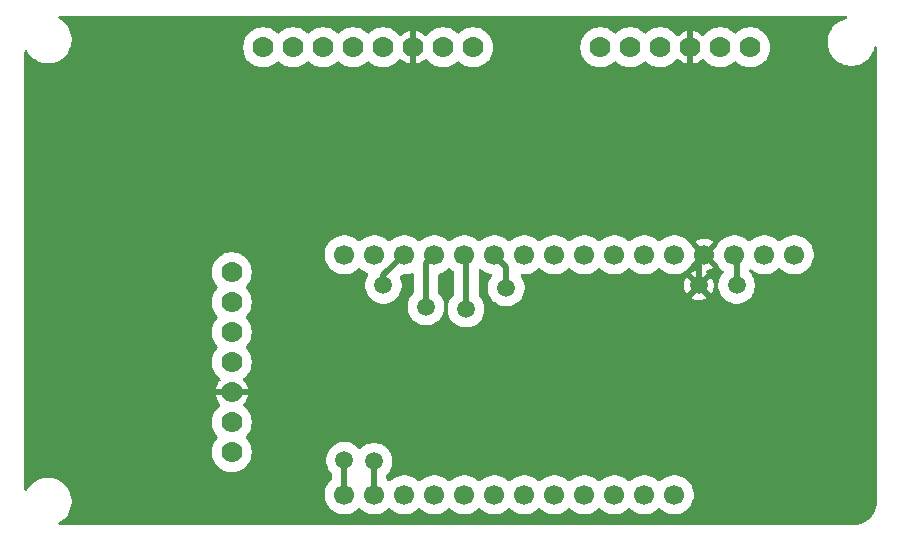
<source format=gbr>
%TF.GenerationSoftware,KiCad,Pcbnew,9.0.7*%
%TF.CreationDate,2026-02-03T16:32:22-08:00*%
%TF.ProjectId,BasicDatalogger,42617369-6344-4617-9461-6c6f67676572,rev?*%
%TF.SameCoordinates,Original*%
%TF.FileFunction,Copper,L4,Bot*%
%TF.FilePolarity,Positive*%
%FSLAX46Y46*%
G04 Gerber Fmt 4.6, Leading zero omitted, Abs format (unit mm)*
G04 Created by KiCad (PCBNEW 9.0.7) date 2026-02-03 16:32:22*
%MOMM*%
%LPD*%
G01*
G04 APERTURE LIST*
%TA.AperFunction,ComponentPad*%
%ADD10C,1.700000*%
%TD*%
%TA.AperFunction,ComponentPad*%
%ADD11C,1.778000*%
%TD*%
%TA.AperFunction,SMDPad,CuDef*%
%ADD12C,1.500000*%
%TD*%
%TA.AperFunction,ViaPad*%
%ADD13C,0.900000*%
%TD*%
%TA.AperFunction,Conductor*%
%ADD14C,0.500000*%
%TD*%
G04 APERTURE END LIST*
D10*
%TO.P,U1,28,VBat*%
%TO.N,unconnected-(U1-VBat-Pad28)*%
X128920000Y-70320000D03*
%TO.P,U1,27,ENABLE*%
%TO.N,unconnected-(U1-ENABLE-Pad27)*%
X126380000Y-70320000D03*
%TO.P,U1,26,Vbus*%
%TO.N,unconnected-(U1-Vbus-Pad26)*%
X123840000Y-70320000D03*
%TO.P,U1,25,D13/GPIO13*%
%TO.N,unconnected-(U1-D13{slash}GPIO13-Pad25)*%
X121300000Y-70320000D03*
%TO.P,U1,24,D12/GPIO12*%
%TO.N,unconnected-(U1-D12{slash}GPIO12-Pad24)*%
X118760000Y-70320000D03*
%TO.P,U1,23,D11/GPIO11*%
%TO.N,unconnected-(U1-D11{slash}GPIO11-Pad23)*%
X116220000Y-70320000D03*
%TO.P,U1,22,D10/GPIO10*%
%TO.N,unconnected-(U1-D10{slash}GPIO10-Pad22)*%
X113680000Y-70320000D03*
%TO.P,U1,21,D9/GPIO9*%
%TO.N,unconnected-(U1-D9{slash}GPIO9-Pad21)*%
X111140000Y-70320000D03*
%TO.P,U1,20,D6/GPIO8*%
%TO.N,unconnected-(U1-D6{slash}GPIO8-Pad20)*%
X108600000Y-70320000D03*
%TO.P,U1,19,D5/GPIO7*%
%TO.N,unconnected-(U1-D5{slash}GPIO7-Pad19)*%
X106060000Y-70320000D03*
%TO.P,U1,18,SCL/GPIO3*%
%TO.N,/SCL*%
X103520000Y-70320000D03*
%TO.P,U1,17,SDA/GPIO2*%
%TO.N,/SDA*%
X100980000Y-70320000D03*
%TO.P,U1,16,D4/GPIO6*%
%TO.N,unconnected-(U1-D4{slash}GPIO6-Pad16)*%
X100980000Y-50000000D03*
%TO.P,U1,15,TX/GPIO0*%
%TO.N,unconnected-(U1-TX{slash}GPIO0-Pad15)*%
X103520000Y-50000000D03*
%TO.P,U1,14,RX/CS/GPIO1*%
%TO.N,/CS*%
X106060000Y-50000000D03*
%TO.P,U1,13,MISO/GPIO20*%
%TO.N,/MISO*%
X108600000Y-50000000D03*
%TO.P,U1,12,MOSI/GPIO19*%
%TO.N,/MOSI*%
X111140000Y-50000000D03*
%TO.P,U1,11,SCK/GPIO18*%
%TO.N,/SCK*%
X113680000Y-50000000D03*
%TO.P,U1,10,D25/GPIO25*%
%TO.N,unconnected-(U1-D25{slash}GPIO25-Pad10)*%
X116220000Y-50000000D03*
%TO.P,U1,9,D24/GPIO24*%
%TO.N,unconnected-(U1-D24{slash}GPIO24-Pad9)*%
X118760000Y-50000000D03*
%TO.P,U1,8,A3/GPIO29*%
%TO.N,unconnected-(U1-A3{slash}GPIO29-Pad8)*%
X121300000Y-50000000D03*
%TO.P,U1,7,A2/GPIO28*%
%TO.N,unconnected-(U1-A2{slash}GPIO28-Pad7)*%
X123840000Y-50000000D03*
%TO.P,U1,6,A1/GPIO27*%
%TO.N,unconnected-(U1-A1{slash}GPIO27-Pad6)*%
X126380000Y-50000000D03*
%TO.P,U1,5,A0/GPIO26*%
%TO.N,unconnected-(U1-A0{slash}GPIO26-Pad5)*%
X128920000Y-50000000D03*
%TO.P,U1,4,GND*%
%TO.N,/GND*%
X131460000Y-50000000D03*
%TO.P,U1,3,3.3V*%
%TO.N,/3V3*%
X134000000Y-50000000D03*
%TO.P,U1,2,3.3V*%
X136540000Y-50000000D03*
%TO.P,U1,1,RESET*%
%TO.N,unconnected-(U1-RESET-Pad1)*%
X139080000Y-50000000D03*
%TD*%
D11*
%TO.P,U4,1,VIN*%
%TO.N,/3V3*%
X91450000Y-66720000D03*
%TO.P,U4,2,3V3*%
%TO.N,unconnected-(U4-3V3-Pad2)*%
X91450000Y-64180000D03*
%TO.P,U4,3,GND*%
%TO.N,/GND*%
X91450000Y-61640000D03*
%TO.P,U4,4,SCK*%
%TO.N,/SCK*%
X91450000Y-59100000D03*
%TO.P,U4,5,MISO*%
%TO.N,/MISO*%
X91450000Y-56560000D03*
%TO.P,U4,6,MOSI*%
%TO.N,/MOSI*%
X91450000Y-54020000D03*
%TO.P,U4,7,CS*%
%TO.N,/CS*%
X91450000Y-51480000D03*
%TD*%
%TO.P,U3,1,VIN*%
%TO.N,/3V3*%
X135350000Y-32450000D03*
%TO.P,U3,2,3Vo*%
%TO.N,unconnected-(U3-3Vo-Pad2)*%
X132810000Y-32450000D03*
%TO.P,U3,3,GND*%
%TO.N,/GND*%
X130270000Y-32450000D03*
%TO.P,U3,4,SCL*%
%TO.N,/SCL*%
X127730000Y-32450000D03*
%TO.P,U3,5,SDA*%
%TO.N,/SDA*%
X125190000Y-32450000D03*
%TO.P,U3,6,INT2*%
%TO.N,unconnected-(U3-INT2-Pad6)*%
X122650000Y-32450000D03*
%TD*%
D12*
%TO.P,MO,1,1*%
%TO.N,/MOSI*%
X111300000Y-54600000D03*
%TD*%
%TO.P,MI,1,1*%
%TO.N,/MISO*%
X107900000Y-54400000D03*
%TD*%
%TO.P,CS,1,1*%
%TO.N,/CS*%
X104300000Y-52600000D03*
%TD*%
%TO.P,GND,1,1*%
%TO.N,/GND*%
X131000000Y-52600000D03*
%TD*%
%TO.P,SCL,1,1*%
%TO.N,/SCL*%
X103500000Y-67500000D03*
%TD*%
%TO.P,SCK,1,1*%
%TO.N,/SCK*%
X114700000Y-52800000D03*
%TD*%
%TO.P,3V3,1,1*%
%TO.N,/3V3*%
X134200000Y-52600000D03*
%TD*%
%TO.P,SDA,1,1*%
%TO.N,/SDA*%
X101000000Y-67400000D03*
%TD*%
D11*
%TO.P,U2,8,INT*%
%TO.N,unconnected-(U2-INT-Pad8)*%
X94110000Y-32450000D03*
%TO.P,U2,7,CS*%
%TO.N,unconnected-(U2-CS-Pad7)*%
X96650000Y-32450000D03*
%TO.P,U2,6,SDA*%
%TO.N,/SDA*%
X99190000Y-32450000D03*
%TO.P,U2,5,SDO*%
%TO.N,unconnected-(U2-SDO-Pad5)*%
X101730000Y-32450000D03*
%TO.P,U2,4,SCL*%
%TO.N,/SCL*%
X104270000Y-32450000D03*
%TO.P,U2,3,GND*%
%TO.N,/GND*%
X106810000Y-32450000D03*
%TO.P,U2,2,3Vo*%
%TO.N,unconnected-(U2-3Vo-Pad2)*%
X109350000Y-32450000D03*
%TO.P,U2,1,VIN*%
%TO.N,/3V3*%
X111890000Y-32450000D03*
%TD*%
D13*
%TO.N,/GND*%
X93400000Y-61700000D03*
X89300000Y-61600000D03*
X131400000Y-47000000D03*
X130300000Y-34200000D03*
X106700000Y-34400000D03*
X134200000Y-57000000D03*
X79700000Y-70900000D03*
X77700000Y-42000000D03*
X85600000Y-32600000D03*
X100300000Y-57300000D03*
X97000000Y-70400000D03*
X86900000Y-41200000D03*
X81300000Y-53200000D03*
X97100000Y-49800000D03*
X97900000Y-53800000D03*
X121000000Y-64300000D03*
%TD*%
D14*
%TO.N,/MISO*%
X107900000Y-50700000D02*
X108600000Y-50000000D01*
X107900000Y-54400000D02*
X107900000Y-50700000D01*
%TO.N,/SDA*%
X101000000Y-70300000D02*
X100980000Y-70320000D01*
X101000000Y-67400000D02*
X101000000Y-70300000D01*
%TO.N,/SCL*%
X103500000Y-70300000D02*
X103520000Y-70320000D01*
X103500000Y-67500000D02*
X103500000Y-70300000D01*
%TO.N,/3V3*%
X134200000Y-50200000D02*
X134000000Y-50000000D01*
X134200000Y-52600000D02*
X134200000Y-50200000D01*
%TO.N,/GND*%
X131000000Y-50460000D02*
X131460000Y-50000000D01*
X131000000Y-52600000D02*
X131000000Y-50460000D01*
%TO.N,/SCK*%
X114700000Y-52800000D02*
X114700000Y-51020000D01*
X114700000Y-51020000D02*
X113680000Y-50000000D01*
%TO.N,/MOSI*%
X111300000Y-50160000D02*
X111140000Y-50000000D01*
X111300000Y-54600000D02*
X111300000Y-50160000D01*
%TO.N,/CS*%
X104300000Y-51760000D02*
X106060000Y-50000000D01*
X104300000Y-52600000D02*
X104300000Y-51760000D01*
%TD*%
%TA.AperFunction,Conductor*%
%TO.N,/GND*%
G36*
X143504477Y-29820185D02*
G01*
X143550232Y-29872989D01*
X143560176Y-29942147D01*
X143531151Y-30005703D01*
X143472373Y-30043477D01*
X143469565Y-30044265D01*
X143339859Y-30079020D01*
X143255581Y-30101602D01*
X143255571Y-30101605D01*
X143013309Y-30201953D01*
X143013299Y-30201958D01*
X142786196Y-30333075D01*
X142578148Y-30492718D01*
X142392718Y-30678148D01*
X142233075Y-30886196D01*
X142101958Y-31113299D01*
X142101953Y-31113309D01*
X142001605Y-31355571D01*
X142001602Y-31355581D01*
X141933730Y-31608885D01*
X141899500Y-31868872D01*
X141899500Y-32131127D01*
X141926123Y-32333339D01*
X141933730Y-32391116D01*
X141982365Y-32572624D01*
X142001602Y-32644418D01*
X142001605Y-32644428D01*
X142101953Y-32886690D01*
X142101958Y-32886700D01*
X142233075Y-33113803D01*
X142392718Y-33321851D01*
X142392726Y-33321860D01*
X142578140Y-33507274D01*
X142578148Y-33507281D01*
X142786196Y-33666924D01*
X143013299Y-33798041D01*
X143013309Y-33798046D01*
X143255571Y-33898394D01*
X143255581Y-33898398D01*
X143508884Y-33966270D01*
X143768880Y-34000500D01*
X143768887Y-34000500D01*
X144031113Y-34000500D01*
X144031120Y-34000500D01*
X144291116Y-33966270D01*
X144544419Y-33898398D01*
X144741614Y-33816717D01*
X144786690Y-33798046D01*
X144786691Y-33798045D01*
X144786697Y-33798043D01*
X145013803Y-33666924D01*
X145221851Y-33507282D01*
X145221855Y-33507277D01*
X145221860Y-33507274D01*
X145407274Y-33321860D01*
X145407277Y-33321855D01*
X145407282Y-33321851D01*
X145566924Y-33113803D01*
X145698043Y-32886697D01*
X145798398Y-32644419D01*
X145855725Y-32430467D01*
X145892090Y-32370808D01*
X145954937Y-32340279D01*
X146024312Y-32348574D01*
X146078190Y-32393059D01*
X146099465Y-32459611D01*
X146099500Y-32462562D01*
X146099500Y-70895933D01*
X146099235Y-70904043D01*
X146082925Y-71152883D01*
X146080807Y-71168964D01*
X146032954Y-71409535D01*
X146028756Y-71425202D01*
X145949909Y-71657479D01*
X145943702Y-71672465D01*
X145835212Y-71892460D01*
X145827102Y-71906507D01*
X145690825Y-72110460D01*
X145680951Y-72123328D01*
X145519218Y-72307749D01*
X145507749Y-72319218D01*
X145323328Y-72480951D01*
X145310460Y-72490825D01*
X145106507Y-72627102D01*
X145092460Y-72635212D01*
X144872465Y-72743702D01*
X144857479Y-72749909D01*
X144625202Y-72828756D01*
X144609535Y-72832954D01*
X144368964Y-72880807D01*
X144352883Y-72882925D01*
X144104043Y-72899235D01*
X144095933Y-72899500D01*
X76900538Y-72899500D01*
X76833499Y-72879815D01*
X76787744Y-72827011D01*
X76777800Y-72757853D01*
X76806825Y-72694297D01*
X76838538Y-72668113D01*
X77013803Y-72566924D01*
X77221851Y-72407282D01*
X77221855Y-72407277D01*
X77221860Y-72407274D01*
X77407274Y-72221860D01*
X77407277Y-72221855D01*
X77407282Y-72221851D01*
X77566924Y-72013803D01*
X77698043Y-71786697D01*
X77798398Y-71544419D01*
X77866270Y-71291116D01*
X77900500Y-71031120D01*
X77900500Y-70768880D01*
X77866270Y-70508884D01*
X77798398Y-70255581D01*
X77771274Y-70190097D01*
X99329500Y-70190097D01*
X99329500Y-70449902D01*
X99370140Y-70706493D01*
X99450422Y-70953576D01*
X99531534Y-71112764D01*
X99560169Y-71168964D01*
X99568368Y-71185054D01*
X99702758Y-71370026D01*
X99721069Y-71395229D01*
X99904771Y-71578931D01*
X100114949Y-71731634D01*
X100212777Y-71781480D01*
X100346423Y-71849577D01*
X100346425Y-71849577D01*
X100346428Y-71849579D01*
X100593507Y-71929860D01*
X100725706Y-71950797D01*
X100850098Y-71970500D01*
X100850103Y-71970500D01*
X101109902Y-71970500D01*
X101223298Y-71952539D01*
X101366493Y-71929860D01*
X101613572Y-71849579D01*
X101845051Y-71731634D01*
X102055229Y-71578931D01*
X102162319Y-71471841D01*
X102223642Y-71438356D01*
X102293334Y-71443340D01*
X102337681Y-71471841D01*
X102444771Y-71578931D01*
X102654949Y-71731634D01*
X102752777Y-71781480D01*
X102886423Y-71849577D01*
X102886425Y-71849577D01*
X102886428Y-71849579D01*
X103133507Y-71929860D01*
X103265706Y-71950797D01*
X103390098Y-71970500D01*
X103390103Y-71970500D01*
X103649902Y-71970500D01*
X103763298Y-71952539D01*
X103906493Y-71929860D01*
X104153572Y-71849579D01*
X104385051Y-71731634D01*
X104595229Y-71578931D01*
X104702319Y-71471841D01*
X104763642Y-71438356D01*
X104833334Y-71443340D01*
X104877681Y-71471841D01*
X104984771Y-71578931D01*
X105194949Y-71731634D01*
X105292777Y-71781480D01*
X105426423Y-71849577D01*
X105426425Y-71849577D01*
X105426428Y-71849579D01*
X105673507Y-71929860D01*
X105805706Y-71950797D01*
X105930098Y-71970500D01*
X105930103Y-71970500D01*
X106189902Y-71970500D01*
X106303298Y-71952539D01*
X106446493Y-71929860D01*
X106693572Y-71849579D01*
X106925051Y-71731634D01*
X107135229Y-71578931D01*
X107242319Y-71471841D01*
X107303642Y-71438356D01*
X107373334Y-71443340D01*
X107417681Y-71471841D01*
X107524771Y-71578931D01*
X107734949Y-71731634D01*
X107832777Y-71781480D01*
X107966423Y-71849577D01*
X107966425Y-71849577D01*
X107966428Y-71849579D01*
X108213507Y-71929860D01*
X108345706Y-71950797D01*
X108470098Y-71970500D01*
X108470103Y-71970500D01*
X108729902Y-71970500D01*
X108843298Y-71952539D01*
X108986493Y-71929860D01*
X109233572Y-71849579D01*
X109465051Y-71731634D01*
X109675229Y-71578931D01*
X109782319Y-71471841D01*
X109843642Y-71438356D01*
X109913334Y-71443340D01*
X109957681Y-71471841D01*
X110064771Y-71578931D01*
X110274949Y-71731634D01*
X110372777Y-71781480D01*
X110506423Y-71849577D01*
X110506425Y-71849577D01*
X110506428Y-71849579D01*
X110753507Y-71929860D01*
X110885706Y-71950797D01*
X111010098Y-71970500D01*
X111010103Y-71970500D01*
X111269902Y-71970500D01*
X111383298Y-71952539D01*
X111526493Y-71929860D01*
X111773572Y-71849579D01*
X112005051Y-71731634D01*
X112215229Y-71578931D01*
X112322319Y-71471841D01*
X112383642Y-71438356D01*
X112453334Y-71443340D01*
X112497681Y-71471841D01*
X112604771Y-71578931D01*
X112814949Y-71731634D01*
X112912777Y-71781480D01*
X113046423Y-71849577D01*
X113046425Y-71849577D01*
X113046428Y-71849579D01*
X113293507Y-71929860D01*
X113425706Y-71950797D01*
X113550098Y-71970500D01*
X113550103Y-71970500D01*
X113809902Y-71970500D01*
X113923298Y-71952539D01*
X114066493Y-71929860D01*
X114313572Y-71849579D01*
X114545051Y-71731634D01*
X114755229Y-71578931D01*
X114862319Y-71471841D01*
X114923642Y-71438356D01*
X114993334Y-71443340D01*
X115037681Y-71471841D01*
X115144771Y-71578931D01*
X115354949Y-71731634D01*
X115452777Y-71781480D01*
X115586423Y-71849577D01*
X115586425Y-71849577D01*
X115586428Y-71849579D01*
X115833507Y-71929860D01*
X115965706Y-71950797D01*
X116090098Y-71970500D01*
X116090103Y-71970500D01*
X116349902Y-71970500D01*
X116463298Y-71952539D01*
X116606493Y-71929860D01*
X116853572Y-71849579D01*
X117085051Y-71731634D01*
X117295229Y-71578931D01*
X117402319Y-71471841D01*
X117463642Y-71438356D01*
X117533334Y-71443340D01*
X117577681Y-71471841D01*
X117684771Y-71578931D01*
X117894949Y-71731634D01*
X117992777Y-71781480D01*
X118126423Y-71849577D01*
X118126425Y-71849577D01*
X118126428Y-71849579D01*
X118373507Y-71929860D01*
X118505706Y-71950797D01*
X118630098Y-71970500D01*
X118630103Y-71970500D01*
X118889902Y-71970500D01*
X119003298Y-71952539D01*
X119146493Y-71929860D01*
X119393572Y-71849579D01*
X119625051Y-71731634D01*
X119835229Y-71578931D01*
X119942319Y-71471841D01*
X120003642Y-71438356D01*
X120073334Y-71443340D01*
X120117681Y-71471841D01*
X120224771Y-71578931D01*
X120434949Y-71731634D01*
X120532777Y-71781480D01*
X120666423Y-71849577D01*
X120666425Y-71849577D01*
X120666428Y-71849579D01*
X120913507Y-71929860D01*
X121045706Y-71950797D01*
X121170098Y-71970500D01*
X121170103Y-71970500D01*
X121429902Y-71970500D01*
X121543298Y-71952539D01*
X121686493Y-71929860D01*
X121933572Y-71849579D01*
X122165051Y-71731634D01*
X122375229Y-71578931D01*
X122482319Y-71471841D01*
X122543642Y-71438356D01*
X122613334Y-71443340D01*
X122657681Y-71471841D01*
X122764771Y-71578931D01*
X122974949Y-71731634D01*
X123072777Y-71781480D01*
X123206423Y-71849577D01*
X123206425Y-71849577D01*
X123206428Y-71849579D01*
X123453507Y-71929860D01*
X123585706Y-71950797D01*
X123710098Y-71970500D01*
X123710103Y-71970500D01*
X123969902Y-71970500D01*
X124083298Y-71952539D01*
X124226493Y-71929860D01*
X124473572Y-71849579D01*
X124705051Y-71731634D01*
X124915229Y-71578931D01*
X125022319Y-71471841D01*
X125083642Y-71438356D01*
X125153334Y-71443340D01*
X125197681Y-71471841D01*
X125304771Y-71578931D01*
X125514949Y-71731634D01*
X125612777Y-71781480D01*
X125746423Y-71849577D01*
X125746425Y-71849577D01*
X125746428Y-71849579D01*
X125993507Y-71929860D01*
X126125706Y-71950797D01*
X126250098Y-71970500D01*
X126250103Y-71970500D01*
X126509902Y-71970500D01*
X126623298Y-71952539D01*
X126766493Y-71929860D01*
X127013572Y-71849579D01*
X127245051Y-71731634D01*
X127455229Y-71578931D01*
X127562319Y-71471841D01*
X127623642Y-71438356D01*
X127693334Y-71443340D01*
X127737681Y-71471841D01*
X127844771Y-71578931D01*
X128054949Y-71731634D01*
X128152777Y-71781480D01*
X128286423Y-71849577D01*
X128286425Y-71849577D01*
X128286428Y-71849579D01*
X128533507Y-71929860D01*
X128665706Y-71950797D01*
X128790098Y-71970500D01*
X128790103Y-71970500D01*
X129049902Y-71970500D01*
X129163298Y-71952539D01*
X129306493Y-71929860D01*
X129553572Y-71849579D01*
X129785051Y-71731634D01*
X129995229Y-71578931D01*
X130178931Y-71395229D01*
X130331634Y-71185051D01*
X130449579Y-70953572D01*
X130529860Y-70706493D01*
X130552539Y-70563298D01*
X130570500Y-70449902D01*
X130570500Y-70190097D01*
X130542498Y-70013303D01*
X130529860Y-69933507D01*
X130449579Y-69686428D01*
X130449577Y-69686425D01*
X130449577Y-69686423D01*
X130394403Y-69578140D01*
X130331634Y-69454949D01*
X130178931Y-69244771D01*
X129995229Y-69061069D01*
X129894238Y-68987695D01*
X129785054Y-68908368D01*
X129785053Y-68908367D01*
X129785051Y-68908366D01*
X129712764Y-68871534D01*
X129553576Y-68790422D01*
X129306493Y-68710140D01*
X129049902Y-68669500D01*
X129049897Y-68669500D01*
X128790103Y-68669500D01*
X128790098Y-68669500D01*
X128533506Y-68710140D01*
X128286423Y-68790422D01*
X128054945Y-68908368D01*
X127844774Y-69061066D01*
X127844768Y-69061071D01*
X127737681Y-69168159D01*
X127676358Y-69201644D01*
X127606666Y-69196660D01*
X127562319Y-69168159D01*
X127455231Y-69061071D01*
X127455225Y-69061066D01*
X127245054Y-68908368D01*
X127245053Y-68908367D01*
X127245051Y-68908366D01*
X127172764Y-68871534D01*
X127013576Y-68790422D01*
X126766493Y-68710140D01*
X126509902Y-68669500D01*
X126509897Y-68669500D01*
X126250103Y-68669500D01*
X126250098Y-68669500D01*
X125993506Y-68710140D01*
X125746423Y-68790422D01*
X125514945Y-68908368D01*
X125304774Y-69061066D01*
X125304768Y-69061071D01*
X125197681Y-69168159D01*
X125136358Y-69201644D01*
X125066666Y-69196660D01*
X125022319Y-69168159D01*
X124915231Y-69061071D01*
X124915225Y-69061066D01*
X124705054Y-68908368D01*
X124705053Y-68908367D01*
X124705051Y-68908366D01*
X124632764Y-68871534D01*
X124473576Y-68790422D01*
X124226493Y-68710140D01*
X123969902Y-68669500D01*
X123969897Y-68669500D01*
X123710103Y-68669500D01*
X123710098Y-68669500D01*
X123453506Y-68710140D01*
X123206423Y-68790422D01*
X122974945Y-68908368D01*
X122764774Y-69061066D01*
X122764768Y-69061071D01*
X122657681Y-69168159D01*
X122596358Y-69201644D01*
X122526666Y-69196660D01*
X122482319Y-69168159D01*
X122375231Y-69061071D01*
X122375225Y-69061066D01*
X122165054Y-68908368D01*
X122165053Y-68908367D01*
X122165051Y-68908366D01*
X122092764Y-68871534D01*
X121933576Y-68790422D01*
X121686493Y-68710140D01*
X121429902Y-68669500D01*
X121429897Y-68669500D01*
X121170103Y-68669500D01*
X121170098Y-68669500D01*
X120913506Y-68710140D01*
X120666423Y-68790422D01*
X120434945Y-68908368D01*
X120224774Y-69061066D01*
X120224768Y-69061071D01*
X120117681Y-69168159D01*
X120056358Y-69201644D01*
X119986666Y-69196660D01*
X119942319Y-69168159D01*
X119835231Y-69061071D01*
X119835225Y-69061066D01*
X119625054Y-68908368D01*
X119625053Y-68908367D01*
X119625051Y-68908366D01*
X119552764Y-68871534D01*
X119393576Y-68790422D01*
X119146493Y-68710140D01*
X118889902Y-68669500D01*
X118889897Y-68669500D01*
X118630103Y-68669500D01*
X118630098Y-68669500D01*
X118373506Y-68710140D01*
X118126423Y-68790422D01*
X117894945Y-68908368D01*
X117684774Y-69061066D01*
X117684768Y-69061071D01*
X117577681Y-69168159D01*
X117516358Y-69201644D01*
X117446666Y-69196660D01*
X117402319Y-69168159D01*
X117295231Y-69061071D01*
X117295225Y-69061066D01*
X117085054Y-68908368D01*
X117085053Y-68908367D01*
X117085051Y-68908366D01*
X117012764Y-68871534D01*
X116853576Y-68790422D01*
X116606493Y-68710140D01*
X116349902Y-68669500D01*
X116349897Y-68669500D01*
X116090103Y-68669500D01*
X116090098Y-68669500D01*
X115833506Y-68710140D01*
X115586423Y-68790422D01*
X115354945Y-68908368D01*
X115144774Y-69061066D01*
X115144768Y-69061071D01*
X115037681Y-69168159D01*
X114976358Y-69201644D01*
X114906666Y-69196660D01*
X114862319Y-69168159D01*
X114755231Y-69061071D01*
X114755225Y-69061066D01*
X114545054Y-68908368D01*
X114545053Y-68908367D01*
X114545051Y-68908366D01*
X114472764Y-68871534D01*
X114313576Y-68790422D01*
X114066493Y-68710140D01*
X113809902Y-68669500D01*
X113809897Y-68669500D01*
X113550103Y-68669500D01*
X113550098Y-68669500D01*
X113293506Y-68710140D01*
X113046423Y-68790422D01*
X112814945Y-68908368D01*
X112604774Y-69061066D01*
X112604768Y-69061071D01*
X112497681Y-69168159D01*
X112436358Y-69201644D01*
X112366666Y-69196660D01*
X112322319Y-69168159D01*
X112215231Y-69061071D01*
X112215225Y-69061066D01*
X112005054Y-68908368D01*
X112005053Y-68908367D01*
X112005051Y-68908366D01*
X111932764Y-68871534D01*
X111773576Y-68790422D01*
X111526493Y-68710140D01*
X111269902Y-68669500D01*
X111269897Y-68669500D01*
X111010103Y-68669500D01*
X111010098Y-68669500D01*
X110753506Y-68710140D01*
X110506423Y-68790422D01*
X110274945Y-68908368D01*
X110064774Y-69061066D01*
X110064768Y-69061071D01*
X109957681Y-69168159D01*
X109896358Y-69201644D01*
X109826666Y-69196660D01*
X109782319Y-69168159D01*
X109675231Y-69061071D01*
X109675225Y-69061066D01*
X109465054Y-68908368D01*
X109465053Y-68908367D01*
X109465051Y-68908366D01*
X109392764Y-68871534D01*
X109233576Y-68790422D01*
X108986493Y-68710140D01*
X108729902Y-68669500D01*
X108729897Y-68669500D01*
X108470103Y-68669500D01*
X108470098Y-68669500D01*
X108213506Y-68710140D01*
X107966423Y-68790422D01*
X107734945Y-68908368D01*
X107524774Y-69061066D01*
X107524768Y-69061071D01*
X107417681Y-69168159D01*
X107356358Y-69201644D01*
X107286666Y-69196660D01*
X107242319Y-69168159D01*
X107135231Y-69061071D01*
X107135225Y-69061066D01*
X106925054Y-68908368D01*
X106925053Y-68908367D01*
X106925051Y-68908366D01*
X106852764Y-68871534D01*
X106693576Y-68790422D01*
X106446493Y-68710140D01*
X106189902Y-68669500D01*
X106189897Y-68669500D01*
X105930103Y-68669500D01*
X105930098Y-68669500D01*
X105673506Y-68710140D01*
X105426423Y-68790422D01*
X105194945Y-68908368D01*
X104984774Y-69061066D01*
X104984768Y-69061071D01*
X104877681Y-69168159D01*
X104869907Y-69172403D01*
X104864622Y-69179511D01*
X104839713Y-69188890D01*
X104816358Y-69201644D01*
X104807524Y-69201012D01*
X104799235Y-69204134D01*
X104773212Y-69198558D01*
X104746666Y-69196660D01*
X104737774Y-69190965D01*
X104730916Y-69189496D01*
X104703248Y-69168852D01*
X104702595Y-69168434D01*
X104702435Y-69168275D01*
X104595229Y-69061069D01*
X104592713Y-69059241D01*
X104587095Y-69053658D01*
X104572420Y-69026983D01*
X104555773Y-69001479D01*
X104554815Y-68994983D01*
X104553417Y-68992441D01*
X104553741Y-68987695D01*
X104550500Y-68965702D01*
X104550500Y-68693600D01*
X104570185Y-68626561D01*
X104586819Y-68605919D01*
X104625496Y-68567242D01*
X104682655Y-68510083D01*
X104826106Y-68312639D01*
X104936904Y-68095185D01*
X105012321Y-67863076D01*
X105050500Y-67622027D01*
X105050500Y-67377973D01*
X105012321Y-67136924D01*
X104936904Y-66904815D01*
X104826106Y-66687361D01*
X104769370Y-66609270D01*
X104682660Y-66489923D01*
X104682656Y-66489918D01*
X104510081Y-66317343D01*
X104510076Y-66317339D01*
X104312642Y-66173896D01*
X104312641Y-66173895D01*
X104312639Y-66173894D01*
X104095185Y-66063096D01*
X103863076Y-65987679D01*
X103863074Y-65987678D01*
X103863072Y-65987678D01*
X103694769Y-65961021D01*
X103622027Y-65949500D01*
X103377973Y-65949500D01*
X103322093Y-65958350D01*
X103136927Y-65987678D01*
X102904812Y-66063097D01*
X102687357Y-66173896D01*
X102489924Y-66317338D01*
X102384075Y-66423187D01*
X102322752Y-66456671D01*
X102253060Y-66451687D01*
X102197127Y-66409815D01*
X102196122Y-66408453D01*
X102182655Y-66389917D01*
X102010083Y-66217345D01*
X102010081Y-66217343D01*
X102010076Y-66217339D01*
X101812642Y-66073896D01*
X101812641Y-66073895D01*
X101812639Y-66073894D01*
X101595185Y-65963096D01*
X101363076Y-65887679D01*
X101363074Y-65887678D01*
X101363072Y-65887678D01*
X101194769Y-65861021D01*
X101122027Y-65849500D01*
X100877973Y-65849500D01*
X100822093Y-65858350D01*
X100636927Y-65887678D01*
X100404812Y-65963097D01*
X100187357Y-66073896D01*
X99989923Y-66217339D01*
X99989918Y-66217343D01*
X99817343Y-66389918D01*
X99817339Y-66389923D01*
X99673896Y-66587357D01*
X99563097Y-66804812D01*
X99487678Y-67036927D01*
X99449500Y-67277973D01*
X99449500Y-67522026D01*
X99465338Y-67622026D01*
X99487679Y-67763076D01*
X99563096Y-67995185D01*
X99630659Y-68127786D01*
X99673896Y-68212642D01*
X99817339Y-68410076D01*
X99817343Y-68410081D01*
X99913181Y-68505919D01*
X99946666Y-68567242D01*
X99949500Y-68593600D01*
X99949500Y-68965702D01*
X99929815Y-69032741D01*
X99908154Y-69057562D01*
X99908216Y-69057624D01*
X99907305Y-69058534D01*
X99906037Y-69059988D01*
X99904768Y-69061071D01*
X99721071Y-69244768D01*
X99721066Y-69244774D01*
X99568368Y-69454945D01*
X99450422Y-69686423D01*
X99370140Y-69933506D01*
X99329500Y-70190097D01*
X77771274Y-70190097D01*
X77700204Y-70018520D01*
X77698046Y-70013309D01*
X77698041Y-70013299D01*
X77566924Y-69786196D01*
X77407281Y-69578148D01*
X77407274Y-69578140D01*
X77221860Y-69392726D01*
X77221851Y-69392718D01*
X77013803Y-69233075D01*
X76786700Y-69101958D01*
X76786690Y-69101953D01*
X76544428Y-69001605D01*
X76544421Y-69001603D01*
X76544419Y-69001602D01*
X76291116Y-68933730D01*
X76233339Y-68926123D01*
X76031127Y-68899500D01*
X76031120Y-68899500D01*
X75768880Y-68899500D01*
X75768872Y-68899500D01*
X75537772Y-68929926D01*
X75508884Y-68933730D01*
X75280284Y-68994983D01*
X75255581Y-69001602D01*
X75255571Y-69001605D01*
X75013309Y-69101953D01*
X75013299Y-69101958D01*
X74786196Y-69233075D01*
X74578148Y-69392718D01*
X74392718Y-69578148D01*
X74233075Y-69786196D01*
X74131887Y-69961462D01*
X74081320Y-70009677D01*
X74012713Y-70022901D01*
X73947849Y-69996933D01*
X73907320Y-69940019D01*
X73900500Y-69899462D01*
X73900500Y-51369256D01*
X89760500Y-51369256D01*
X89760500Y-51590743D01*
X89775355Y-51703571D01*
X89789408Y-51810312D01*
X89806718Y-51874914D01*
X89846729Y-52024239D01*
X89931480Y-52228846D01*
X89931485Y-52228857D01*
X90042213Y-52420642D01*
X90042224Y-52420658D01*
X90177039Y-52596353D01*
X90177045Y-52596360D01*
X90243004Y-52662319D01*
X90276489Y-52723642D01*
X90271505Y-52793334D01*
X90243004Y-52837681D01*
X90177045Y-52903639D01*
X90177039Y-52903646D01*
X90042224Y-53079341D01*
X90042213Y-53079357D01*
X89931485Y-53271142D01*
X89931480Y-53271153D01*
X89846729Y-53475760D01*
X89789408Y-53689688D01*
X89760500Y-53909256D01*
X89760500Y-54130743D01*
X89774477Y-54236902D01*
X89789408Y-54350312D01*
X89808515Y-54421620D01*
X89846729Y-54564239D01*
X89931480Y-54768846D01*
X89931485Y-54768857D01*
X90042213Y-54960642D01*
X90042224Y-54960658D01*
X90177039Y-55136353D01*
X90177045Y-55136360D01*
X90243004Y-55202319D01*
X90276489Y-55263642D01*
X90271505Y-55333334D01*
X90243004Y-55377681D01*
X90177045Y-55443639D01*
X90177039Y-55443646D01*
X90042224Y-55619341D01*
X90042213Y-55619357D01*
X89931485Y-55811142D01*
X89931480Y-55811153D01*
X89846729Y-56015760D01*
X89789408Y-56229688D01*
X89760500Y-56449256D01*
X89760500Y-56670743D01*
X89789408Y-56890311D01*
X89846729Y-57104239D01*
X89931480Y-57308846D01*
X89931485Y-57308857D01*
X90042213Y-57500642D01*
X90042224Y-57500658D01*
X90177039Y-57676353D01*
X90177045Y-57676360D01*
X90243004Y-57742319D01*
X90276489Y-57803642D01*
X90271505Y-57873334D01*
X90243004Y-57917681D01*
X90177045Y-57983639D01*
X90177039Y-57983646D01*
X90042224Y-58159341D01*
X90042213Y-58159357D01*
X89931485Y-58351142D01*
X89931480Y-58351153D01*
X89846729Y-58555760D01*
X89789408Y-58769688D01*
X89760500Y-58989256D01*
X89760500Y-59210743D01*
X89789408Y-59430311D01*
X89846729Y-59644239D01*
X89931480Y-59848846D01*
X89931485Y-59848857D01*
X90042213Y-60040642D01*
X90042224Y-60040658D01*
X90177039Y-60216353D01*
X90177045Y-60216360D01*
X90333639Y-60372954D01*
X90333646Y-60372960D01*
X90458579Y-60468824D01*
X90499782Y-60525252D01*
X90503937Y-60594998D01*
X90470775Y-60654880D01*
X90390528Y-60735128D01*
X90390524Y-60735133D01*
X90262023Y-60912001D01*
X90162762Y-61106808D01*
X90162761Y-61106811D01*
X90095201Y-61314741D01*
X90083282Y-61390000D01*
X91016988Y-61390000D01*
X90984075Y-61447007D01*
X90950000Y-61574174D01*
X90950000Y-61705826D01*
X90984075Y-61832993D01*
X91016988Y-61890000D01*
X90083282Y-61890000D01*
X90095201Y-61965258D01*
X90162761Y-62173188D01*
X90162762Y-62173191D01*
X90262023Y-62367998D01*
X90390524Y-62544866D01*
X90390528Y-62544871D01*
X90470774Y-62625117D01*
X90504259Y-62686440D01*
X90499275Y-62756132D01*
X90458580Y-62811173D01*
X90333649Y-62907037D01*
X90333639Y-62907045D01*
X90177045Y-63063639D01*
X90177039Y-63063646D01*
X90042224Y-63239341D01*
X90042213Y-63239357D01*
X89931485Y-63431142D01*
X89931480Y-63431153D01*
X89846729Y-63635760D01*
X89789408Y-63849688D01*
X89760500Y-64069256D01*
X89760500Y-64290743D01*
X89789408Y-64510311D01*
X89846729Y-64724239D01*
X89931480Y-64928846D01*
X89931485Y-64928857D01*
X90042213Y-65120642D01*
X90042224Y-65120658D01*
X90177039Y-65296353D01*
X90177045Y-65296360D01*
X90243004Y-65362319D01*
X90276489Y-65423642D01*
X90271505Y-65493334D01*
X90243004Y-65537681D01*
X90177045Y-65603639D01*
X90177039Y-65603646D01*
X90042224Y-65779341D01*
X90042213Y-65779357D01*
X89931485Y-65971142D01*
X89931480Y-65971153D01*
X89846729Y-66175760D01*
X89789408Y-66389688D01*
X89760500Y-66609256D01*
X89760500Y-66830743D01*
X89789408Y-67050311D01*
X89846729Y-67264239D01*
X89931480Y-67468846D01*
X89931485Y-67468857D01*
X90042213Y-67660642D01*
X90042224Y-67660658D01*
X90177039Y-67836353D01*
X90177045Y-67836360D01*
X90333639Y-67992954D01*
X90333646Y-67992960D01*
X90458759Y-68088962D01*
X90509350Y-68127782D01*
X90509357Y-68127786D01*
X90701142Y-68238514D01*
X90701147Y-68238516D01*
X90701150Y-68238518D01*
X90803456Y-68280894D01*
X90905760Y-68323270D01*
X90905761Y-68323270D01*
X90905763Y-68323271D01*
X91119688Y-68380592D01*
X91339264Y-68409500D01*
X91339271Y-68409500D01*
X91560729Y-68409500D01*
X91560736Y-68409500D01*
X91780312Y-68380592D01*
X91994237Y-68323271D01*
X92198850Y-68238518D01*
X92390650Y-68127782D01*
X92566355Y-67992959D01*
X92722959Y-67836355D01*
X92857782Y-67660650D01*
X92968518Y-67468850D01*
X93053271Y-67264237D01*
X93110592Y-67050312D01*
X93139500Y-66830736D01*
X93139500Y-66609264D01*
X93110592Y-66389688D01*
X93053271Y-66175763D01*
X92968518Y-65971150D01*
X92968516Y-65971147D01*
X92968514Y-65971142D01*
X92857786Y-65779357D01*
X92857782Y-65779350D01*
X92722959Y-65603645D01*
X92656993Y-65537679D01*
X92623510Y-65476359D01*
X92628494Y-65406667D01*
X92656993Y-65362320D01*
X92722959Y-65296355D01*
X92857782Y-65120650D01*
X92968518Y-64928850D01*
X93053271Y-64724237D01*
X93110592Y-64510312D01*
X93139500Y-64290736D01*
X93139500Y-64069264D01*
X93110592Y-63849688D01*
X93053271Y-63635763D01*
X92968518Y-63431150D01*
X92968516Y-63431147D01*
X92968514Y-63431142D01*
X92857786Y-63239357D01*
X92857782Y-63239350D01*
X92722959Y-63063645D01*
X92722954Y-63063639D01*
X92566360Y-62907045D01*
X92566353Y-62907039D01*
X92441420Y-62811175D01*
X92400217Y-62754747D01*
X92396062Y-62685001D01*
X92429225Y-62625118D01*
X92509471Y-62544871D01*
X92509475Y-62544866D01*
X92637976Y-62367998D01*
X92737237Y-62173191D01*
X92737238Y-62173188D01*
X92804798Y-61965258D01*
X92816718Y-61890000D01*
X91883012Y-61890000D01*
X91915925Y-61832993D01*
X91950000Y-61705826D01*
X91950000Y-61574174D01*
X91915925Y-61447007D01*
X91883012Y-61390000D01*
X92816718Y-61390000D01*
X92804798Y-61314741D01*
X92737238Y-61106811D01*
X92737237Y-61106808D01*
X92637976Y-60912001D01*
X92509475Y-60735133D01*
X92509471Y-60735128D01*
X92429225Y-60654882D01*
X92395740Y-60593559D01*
X92400724Y-60523867D01*
X92441420Y-60468825D01*
X92466863Y-60449301D01*
X92566355Y-60372959D01*
X92722959Y-60216355D01*
X92857782Y-60040650D01*
X92968518Y-59848850D01*
X93053271Y-59644237D01*
X93110592Y-59430312D01*
X93139500Y-59210736D01*
X93139500Y-58989264D01*
X93110592Y-58769688D01*
X93053271Y-58555763D01*
X92968518Y-58351150D01*
X92968516Y-58351147D01*
X92968514Y-58351142D01*
X92857786Y-58159357D01*
X92857782Y-58159350D01*
X92722959Y-57983645D01*
X92656993Y-57917679D01*
X92623510Y-57856359D01*
X92628494Y-57786667D01*
X92656993Y-57742320D01*
X92722959Y-57676355D01*
X92857782Y-57500650D01*
X92968518Y-57308850D01*
X93053271Y-57104237D01*
X93110592Y-56890312D01*
X93139500Y-56670736D01*
X93139500Y-56449264D01*
X93110592Y-56229688D01*
X93053271Y-56015763D01*
X92968518Y-55811150D01*
X92968516Y-55811147D01*
X92968514Y-55811142D01*
X92857786Y-55619357D01*
X92857782Y-55619350D01*
X92722959Y-55443645D01*
X92656993Y-55377679D01*
X92623510Y-55316359D01*
X92628494Y-55246667D01*
X92656993Y-55202320D01*
X92722959Y-55136355D01*
X92857782Y-54960650D01*
X92968518Y-54768850D01*
X93053271Y-54564237D01*
X93110592Y-54350312D01*
X93139500Y-54130736D01*
X93139500Y-53909264D01*
X93110592Y-53689688D01*
X93053271Y-53475763D01*
X93052308Y-53473439D01*
X92976378Y-53290126D01*
X92968518Y-53271150D01*
X92968516Y-53271147D01*
X92968514Y-53271142D01*
X92857786Y-53079357D01*
X92857782Y-53079350D01*
X92737064Y-52922027D01*
X92722961Y-52903647D01*
X92712019Y-52892705D01*
X92656993Y-52837679D01*
X92623510Y-52776359D01*
X92628494Y-52706667D01*
X92656993Y-52662320D01*
X92722959Y-52596355D01*
X92857782Y-52420650D01*
X92968518Y-52228850D01*
X93053271Y-52024237D01*
X93110592Y-51810312D01*
X93139500Y-51590736D01*
X93139500Y-51369264D01*
X93110592Y-51149688D01*
X93053271Y-50935763D01*
X92968518Y-50731150D01*
X92968516Y-50731147D01*
X92968514Y-50731142D01*
X92857786Y-50539357D01*
X92857782Y-50539350D01*
X92722959Y-50363645D01*
X92722954Y-50363639D01*
X92566360Y-50207045D01*
X92566353Y-50207039D01*
X92390658Y-50072224D01*
X92390656Y-50072222D01*
X92390650Y-50072218D01*
X92390645Y-50072215D01*
X92390642Y-50072213D01*
X92218139Y-49972618D01*
X92198857Y-49961485D01*
X92198846Y-49961480D01*
X91994239Y-49876729D01*
X91969488Y-49870097D01*
X99329500Y-49870097D01*
X99329500Y-50129902D01*
X99370140Y-50386493D01*
X99450422Y-50633576D01*
X99500141Y-50731153D01*
X99568366Y-50865051D01*
X99721069Y-51075229D01*
X99904771Y-51258931D01*
X100114949Y-51411634D01*
X100223911Y-51467153D01*
X100346423Y-51529577D01*
X100346425Y-51529577D01*
X100346428Y-51529579D01*
X100593507Y-51609860D01*
X100710813Y-51628439D01*
X100850098Y-51650500D01*
X100850103Y-51650500D01*
X101109902Y-51650500D01*
X101223298Y-51632539D01*
X101366493Y-51609860D01*
X101613572Y-51529579D01*
X101845051Y-51411634D01*
X102055229Y-51258931D01*
X102162319Y-51151841D01*
X102223642Y-51118356D01*
X102293334Y-51123340D01*
X102337681Y-51151841D01*
X102444771Y-51258931D01*
X102654949Y-51411634D01*
X102816760Y-51494081D01*
X102886432Y-51529581D01*
X102946390Y-51549062D01*
X103004066Y-51588498D01*
X103031265Y-51652857D01*
X103019351Y-51721703D01*
X103008392Y-51739877D01*
X102973894Y-51787360D01*
X102973893Y-51787362D01*
X102863097Y-52004812D01*
X102787678Y-52236927D01*
X102776533Y-52307294D01*
X102749500Y-52477973D01*
X102749500Y-52722027D01*
X102760794Y-52793334D01*
X102786170Y-52953553D01*
X102787679Y-52963076D01*
X102863096Y-53195185D01*
X102970715Y-53406400D01*
X102973896Y-53412642D01*
X103117339Y-53610076D01*
X103117340Y-53610078D01*
X103289918Y-53782656D01*
X103289923Y-53782660D01*
X103462136Y-53907779D01*
X103487361Y-53926106D01*
X103704815Y-54036904D01*
X103936924Y-54112321D01*
X104177973Y-54150500D01*
X104177974Y-54150500D01*
X104422026Y-54150500D01*
X104422027Y-54150500D01*
X104663076Y-54112321D01*
X104895185Y-54036904D01*
X105112639Y-53926106D01*
X105310083Y-53782655D01*
X105482655Y-53610083D01*
X105482655Y-53610082D01*
X105482660Y-53610078D01*
X105482660Y-53610076D01*
X105566935Y-53494081D01*
X105626106Y-53412639D01*
X105736904Y-53195185D01*
X105812321Y-52963076D01*
X105850500Y-52722027D01*
X105850500Y-52477973D01*
X105812321Y-52236924D01*
X105736904Y-52004815D01*
X105736902Y-52004812D01*
X105736901Y-52004807D01*
X105736900Y-52004806D01*
X105711617Y-51955185D01*
X105707055Y-51930895D01*
X105698417Y-51907735D01*
X105700718Y-51897155D01*
X105698720Y-51886516D01*
X105708014Y-51863615D01*
X105713269Y-51839462D01*
X105723204Y-51826189D01*
X105724996Y-51821776D01*
X105734401Y-51811229D01*
X105858813Y-51686817D01*
X105920136Y-51653334D01*
X105946493Y-51650500D01*
X106189902Y-51650500D01*
X106446493Y-51609860D01*
X106446496Y-51609859D01*
X106687186Y-51531653D01*
X106757022Y-51529659D01*
X106816855Y-51565739D01*
X106847684Y-51628439D01*
X106849500Y-51649585D01*
X106849500Y-53206400D01*
X106829815Y-53273439D01*
X106813181Y-53294081D01*
X106717343Y-53389918D01*
X106717339Y-53389923D01*
X106573896Y-53587357D01*
X106463097Y-53804812D01*
X106387678Y-54036927D01*
X106372820Y-54130736D01*
X106349500Y-54277973D01*
X106349500Y-54522027D01*
X106387679Y-54763076D01*
X106463096Y-54995185D01*
X106568635Y-55202318D01*
X106573896Y-55212642D01*
X106717339Y-55410076D01*
X106717343Y-55410081D01*
X106889918Y-55582656D01*
X106889923Y-55582660D01*
X106940423Y-55619350D01*
X107087361Y-55726106D01*
X107304815Y-55836904D01*
X107536924Y-55912321D01*
X107777973Y-55950500D01*
X107777974Y-55950500D01*
X108022026Y-55950500D01*
X108022027Y-55950500D01*
X108263076Y-55912321D01*
X108495185Y-55836904D01*
X108712639Y-55726106D01*
X108910083Y-55582655D01*
X109082655Y-55410083D01*
X109226106Y-55212639D01*
X109336904Y-54995185D01*
X109412321Y-54763076D01*
X109450500Y-54522027D01*
X109450500Y-54277973D01*
X109412321Y-54036924D01*
X109336904Y-53804815D01*
X109226106Y-53587361D01*
X109207779Y-53562136D01*
X109082660Y-53389923D01*
X109082656Y-53389918D01*
X108986819Y-53294081D01*
X108953334Y-53232758D01*
X108950500Y-53206400D01*
X108950500Y-51711646D01*
X108970185Y-51644607D01*
X109022989Y-51598852D01*
X109036182Y-51593715D01*
X109052238Y-51588498D01*
X109233572Y-51529579D01*
X109465051Y-51411634D01*
X109675229Y-51258931D01*
X109782319Y-51151841D01*
X109843642Y-51118356D01*
X109913334Y-51123340D01*
X109957681Y-51151841D01*
X110064771Y-51258931D01*
X110198386Y-51356008D01*
X110241051Y-51411336D01*
X110249500Y-51456325D01*
X110249500Y-53406400D01*
X110229815Y-53473439D01*
X110213181Y-53494081D01*
X110117343Y-53589918D01*
X110117339Y-53589923D01*
X109973896Y-53787357D01*
X109863097Y-54004812D01*
X109787678Y-54236927D01*
X109749500Y-54477973D01*
X109749500Y-54722026D01*
X109787294Y-54960650D01*
X109787679Y-54963076D01*
X109863096Y-55195185D01*
X109972588Y-55410076D01*
X109973896Y-55412642D01*
X110117339Y-55610076D01*
X110117343Y-55610081D01*
X110289918Y-55782656D01*
X110289923Y-55782660D01*
X110462136Y-55907779D01*
X110487361Y-55926106D01*
X110704815Y-56036904D01*
X110936924Y-56112321D01*
X111177973Y-56150500D01*
X111177974Y-56150500D01*
X111422026Y-56150500D01*
X111422027Y-56150500D01*
X111663076Y-56112321D01*
X111895185Y-56036904D01*
X112112639Y-55926106D01*
X112310083Y-55782655D01*
X112482655Y-55610083D01*
X112626106Y-55412639D01*
X112736904Y-55195185D01*
X112812321Y-54963076D01*
X112850500Y-54722027D01*
X112850500Y-54477973D01*
X112812321Y-54236924D01*
X112736904Y-54004815D01*
X112626106Y-53787361D01*
X112499166Y-53612642D01*
X112482660Y-53589923D01*
X112482656Y-53589918D01*
X112386819Y-53494081D01*
X112353334Y-53432758D01*
X112350500Y-53406400D01*
X112350500Y-51304022D01*
X112370185Y-51236983D01*
X112422989Y-51191228D01*
X112492147Y-51181284D01*
X112555703Y-51210309D01*
X112562181Y-51216341D01*
X112604771Y-51258931D01*
X112814949Y-51411634D01*
X112923911Y-51467153D01*
X113046423Y-51529577D01*
X113046425Y-51529577D01*
X113046428Y-51529579D01*
X113157717Y-51565739D01*
X113293506Y-51609860D01*
X113329496Y-51615560D01*
X113411704Y-51628580D01*
X113474839Y-51658509D01*
X113511771Y-51717820D01*
X113510773Y-51787682D01*
X113492626Y-51823938D01*
X113373893Y-51987361D01*
X113263097Y-52204812D01*
X113187678Y-52436927D01*
X113162427Y-52596355D01*
X113149500Y-52677973D01*
X113149500Y-52922027D01*
X113187679Y-53163076D01*
X113263096Y-53395185D01*
X113372589Y-53610078D01*
X113373896Y-53612642D01*
X113517339Y-53810076D01*
X113517343Y-53810081D01*
X113689918Y-53982656D01*
X113689923Y-53982660D01*
X113764612Y-54036924D01*
X113887361Y-54126106D01*
X114104815Y-54236904D01*
X114336924Y-54312321D01*
X114577973Y-54350500D01*
X114577974Y-54350500D01*
X114822026Y-54350500D01*
X114822027Y-54350500D01*
X115063076Y-54312321D01*
X115295185Y-54236904D01*
X115512639Y-54126106D01*
X115710083Y-53982655D01*
X115882655Y-53810083D01*
X116003556Y-53643677D01*
X130309873Y-53643677D01*
X130309873Y-53643678D01*
X130344858Y-53669096D01*
X130520164Y-53758418D01*
X130707294Y-53819221D01*
X130901618Y-53850000D01*
X131098382Y-53850000D01*
X131292705Y-53819221D01*
X131479835Y-53758418D01*
X131655143Y-53669095D01*
X131690125Y-53643678D01*
X131690126Y-53643678D01*
X131000001Y-52953553D01*
X131000000Y-52953553D01*
X130309873Y-53643677D01*
X116003556Y-53643677D01*
X116026106Y-53612639D01*
X116136904Y-53395185D01*
X116212321Y-53163076D01*
X116250500Y-52922027D01*
X116250500Y-52677973D01*
X116222568Y-52501617D01*
X129750000Y-52501617D01*
X129750000Y-52698382D01*
X129780778Y-52892705D01*
X129841581Y-53079835D01*
X129930905Y-53255145D01*
X129956319Y-53290125D01*
X129956320Y-53290125D01*
X130646446Y-52600000D01*
X130646446Y-52599999D01*
X131353553Y-52599999D01*
X131353553Y-52600000D01*
X132043678Y-53290126D01*
X132043678Y-53290125D01*
X132069095Y-53255143D01*
X132158418Y-53079835D01*
X132219221Y-52892705D01*
X132250000Y-52698382D01*
X132250000Y-52501617D01*
X132219221Y-52307294D01*
X132158418Y-52120164D01*
X132069096Y-51944858D01*
X132043678Y-51909873D01*
X132043677Y-51909873D01*
X131353553Y-52599999D01*
X130646446Y-52599999D01*
X129956320Y-51909872D01*
X129956320Y-51909873D01*
X129930902Y-51944859D01*
X129930899Y-51944863D01*
X129841582Y-52120161D01*
X129780778Y-52307294D01*
X129750000Y-52501617D01*
X116222568Y-52501617D01*
X116212321Y-52436924D01*
X116136904Y-52204815D01*
X116026106Y-51987361D01*
X115936200Y-51863615D01*
X115917176Y-51837431D01*
X115893696Y-51771625D01*
X115909521Y-51703571D01*
X115959627Y-51654876D01*
X116028105Y-51641001D01*
X116036892Y-51642073D01*
X116090098Y-51650500D01*
X116090103Y-51650500D01*
X116349902Y-51650500D01*
X116463298Y-51632539D01*
X116606493Y-51609860D01*
X116853572Y-51529579D01*
X117085051Y-51411634D01*
X117295229Y-51258931D01*
X117402319Y-51151841D01*
X117463642Y-51118356D01*
X117533334Y-51123340D01*
X117577681Y-51151841D01*
X117684771Y-51258931D01*
X117894949Y-51411634D01*
X118003911Y-51467153D01*
X118126423Y-51529577D01*
X118126425Y-51529577D01*
X118126428Y-51529579D01*
X118373507Y-51609860D01*
X118490813Y-51628439D01*
X118630098Y-51650500D01*
X118630103Y-51650500D01*
X118889902Y-51650500D01*
X119003298Y-51632539D01*
X119146493Y-51609860D01*
X119393572Y-51529579D01*
X119625051Y-51411634D01*
X119835229Y-51258931D01*
X119942319Y-51151841D01*
X120003642Y-51118356D01*
X120073334Y-51123340D01*
X120117681Y-51151841D01*
X120224771Y-51258931D01*
X120434949Y-51411634D01*
X120543911Y-51467153D01*
X120666423Y-51529577D01*
X120666425Y-51529577D01*
X120666428Y-51529579D01*
X120913507Y-51609860D01*
X121030813Y-51628439D01*
X121170098Y-51650500D01*
X121170103Y-51650500D01*
X121429902Y-51650500D01*
X121543298Y-51632539D01*
X121686493Y-51609860D01*
X121933572Y-51529579D01*
X122165051Y-51411634D01*
X122375229Y-51258931D01*
X122482319Y-51151841D01*
X122543642Y-51118356D01*
X122613334Y-51123340D01*
X122657681Y-51151841D01*
X122764771Y-51258931D01*
X122974949Y-51411634D01*
X123083911Y-51467153D01*
X123206423Y-51529577D01*
X123206425Y-51529577D01*
X123206428Y-51529579D01*
X123453507Y-51609860D01*
X123570813Y-51628439D01*
X123710098Y-51650500D01*
X123710103Y-51650500D01*
X123969902Y-51650500D01*
X124083298Y-51632539D01*
X124226493Y-51609860D01*
X124473572Y-51529579D01*
X124705051Y-51411634D01*
X124915229Y-51258931D01*
X125022319Y-51151841D01*
X125083642Y-51118356D01*
X125153334Y-51123340D01*
X125197681Y-51151841D01*
X125304771Y-51258931D01*
X125514949Y-51411634D01*
X125623911Y-51467153D01*
X125746423Y-51529577D01*
X125746425Y-51529577D01*
X125746428Y-51529579D01*
X125993507Y-51609860D01*
X126110813Y-51628439D01*
X126250098Y-51650500D01*
X126250103Y-51650500D01*
X126509902Y-51650500D01*
X126623298Y-51632539D01*
X126766493Y-51609860D01*
X127013572Y-51529579D01*
X127245051Y-51411634D01*
X127455229Y-51258931D01*
X127562319Y-51151841D01*
X127623642Y-51118356D01*
X127693334Y-51123340D01*
X127737681Y-51151841D01*
X127844771Y-51258931D01*
X128054949Y-51411634D01*
X128163911Y-51467153D01*
X128286423Y-51529577D01*
X128286425Y-51529577D01*
X128286428Y-51529579D01*
X128533507Y-51609860D01*
X128650813Y-51628439D01*
X128790098Y-51650500D01*
X128790103Y-51650500D01*
X129049902Y-51650500D01*
X129163298Y-51632539D01*
X129306493Y-51609860D01*
X129553572Y-51529579D01*
X129553576Y-51529577D01*
X129625178Y-51493094D01*
X129676089Y-51467153D01*
X129785051Y-51411634D01*
X129995229Y-51258931D01*
X130178931Y-51075229D01*
X130331634Y-50865051D01*
X130416466Y-50698559D01*
X130439266Y-50667178D01*
X130977037Y-50129408D01*
X130994075Y-50192993D01*
X131059901Y-50307007D01*
X131152993Y-50400099D01*
X131267007Y-50465925D01*
X131330590Y-50482962D01*
X130698282Y-51115269D01*
X130698282Y-51115270D01*
X130756388Y-51157486D01*
X130755270Y-51159023D01*
X130796722Y-51204848D01*
X130808140Y-51273778D01*
X130780478Y-51337939D01*
X130722519Y-51376959D01*
X130711985Y-51379449D01*
X130712031Y-51379641D01*
X130707294Y-51380778D01*
X130520161Y-51441582D01*
X130344863Y-51530899D01*
X130344859Y-51530902D01*
X130309873Y-51556320D01*
X130309872Y-51556320D01*
X131000000Y-52246446D01*
X131000001Y-52246446D01*
X131690125Y-51556320D01*
X131690125Y-51556319D01*
X131676994Y-51546779D01*
X131634327Y-51491450D01*
X131628347Y-51421836D01*
X131660953Y-51360041D01*
X131721791Y-51325683D01*
X131730482Y-51323986D01*
X131776133Y-51316756D01*
X131978217Y-51251095D01*
X132167554Y-51154622D01*
X132221716Y-51115270D01*
X132221717Y-51115270D01*
X131589408Y-50482962D01*
X131652993Y-50465925D01*
X131767007Y-50400099D01*
X131860099Y-50307007D01*
X131925925Y-50192993D01*
X131942962Y-50129408D01*
X132480732Y-50667178D01*
X132503536Y-50698564D01*
X132588366Y-50865051D01*
X132741069Y-51075229D01*
X132924771Y-51258931D01*
X133033516Y-51337939D01*
X133052636Y-51351830D01*
X133095302Y-51407160D01*
X133101281Y-51476773D01*
X133068676Y-51538568D01*
X133067433Y-51539828D01*
X133017343Y-51589918D01*
X133017342Y-51589920D01*
X132873896Y-51787357D01*
X132763097Y-52004812D01*
X132687678Y-52236927D01*
X132676533Y-52307294D01*
X132649500Y-52477973D01*
X132649500Y-52722027D01*
X132660794Y-52793334D01*
X132686170Y-52953553D01*
X132687679Y-52963076D01*
X132763096Y-53195185D01*
X132870715Y-53406400D01*
X132873896Y-53412642D01*
X133017339Y-53610076D01*
X133017340Y-53610078D01*
X133189918Y-53782656D01*
X133189923Y-53782660D01*
X133362136Y-53907779D01*
X133387361Y-53926106D01*
X133604815Y-54036904D01*
X133836924Y-54112321D01*
X134077973Y-54150500D01*
X134077974Y-54150500D01*
X134322026Y-54150500D01*
X134322027Y-54150500D01*
X134563076Y-54112321D01*
X134795185Y-54036904D01*
X135012639Y-53926106D01*
X135210083Y-53782655D01*
X135382655Y-53610083D01*
X135382655Y-53610082D01*
X135382660Y-53610078D01*
X135382660Y-53610076D01*
X135466935Y-53494081D01*
X135526106Y-53412639D01*
X135636904Y-53195185D01*
X135712321Y-52963076D01*
X135750500Y-52722027D01*
X135750500Y-52477973D01*
X135712321Y-52236924D01*
X135636904Y-52004815D01*
X135526106Y-51787361D01*
X135465229Y-51703571D01*
X135382658Y-51589920D01*
X135286819Y-51494081D01*
X135272115Y-51467153D01*
X135255523Y-51441335D01*
X135254631Y-51435134D01*
X135253334Y-51432758D01*
X135250500Y-51406400D01*
X135250500Y-51344022D01*
X135270185Y-51276983D01*
X135322989Y-51231228D01*
X135392147Y-51221284D01*
X135455703Y-51250309D01*
X135462181Y-51256341D01*
X135464771Y-51258931D01*
X135674949Y-51411634D01*
X135783911Y-51467153D01*
X135906423Y-51529577D01*
X135906425Y-51529577D01*
X135906428Y-51529579D01*
X136153507Y-51609860D01*
X136270813Y-51628439D01*
X136410098Y-51650500D01*
X136410103Y-51650500D01*
X136669902Y-51650500D01*
X136783298Y-51632539D01*
X136926493Y-51609860D01*
X137173572Y-51529579D01*
X137405051Y-51411634D01*
X137615229Y-51258931D01*
X137722319Y-51151841D01*
X137783642Y-51118356D01*
X137853334Y-51123340D01*
X137897681Y-51151841D01*
X138004771Y-51258931D01*
X138214949Y-51411634D01*
X138323911Y-51467153D01*
X138446423Y-51529577D01*
X138446425Y-51529577D01*
X138446428Y-51529579D01*
X138693507Y-51609860D01*
X138810813Y-51628439D01*
X138950098Y-51650500D01*
X138950103Y-51650500D01*
X139209902Y-51650500D01*
X139323298Y-51632539D01*
X139466493Y-51609860D01*
X139713572Y-51529579D01*
X139945051Y-51411634D01*
X140155229Y-51258931D01*
X140338931Y-51075229D01*
X140491634Y-50865051D01*
X140609579Y-50633572D01*
X140689860Y-50386493D01*
X140720507Y-50192993D01*
X140730500Y-50129902D01*
X140730500Y-49870097D01*
X140702449Y-49692993D01*
X140689860Y-49613507D01*
X140609579Y-49366428D01*
X140609577Y-49366425D01*
X140609577Y-49366423D01*
X140566787Y-49282445D01*
X140491634Y-49134949D01*
X140338931Y-48924771D01*
X140155229Y-48741069D01*
X139945051Y-48588366D01*
X139872764Y-48551534D01*
X139713576Y-48470422D01*
X139466493Y-48390140D01*
X139209902Y-48349500D01*
X139209897Y-48349500D01*
X138950103Y-48349500D01*
X138950098Y-48349500D01*
X138693506Y-48390140D01*
X138446423Y-48470422D01*
X138214945Y-48588368D01*
X138004774Y-48741066D01*
X138004768Y-48741071D01*
X137897681Y-48848159D01*
X137836358Y-48881644D01*
X137766666Y-48876660D01*
X137722319Y-48848159D01*
X137615231Y-48741071D01*
X137615225Y-48741066D01*
X137405054Y-48588368D01*
X137405053Y-48588367D01*
X137405051Y-48588366D01*
X137332764Y-48551534D01*
X137173576Y-48470422D01*
X136926493Y-48390140D01*
X136669902Y-48349500D01*
X136669897Y-48349500D01*
X136410103Y-48349500D01*
X136410098Y-48349500D01*
X136153506Y-48390140D01*
X135906423Y-48470422D01*
X135674945Y-48588368D01*
X135464774Y-48741066D01*
X135464768Y-48741071D01*
X135357681Y-48848159D01*
X135296358Y-48881644D01*
X135226666Y-48876660D01*
X135182319Y-48848159D01*
X135075231Y-48741071D01*
X135075225Y-48741066D01*
X134865054Y-48588368D01*
X134865053Y-48588367D01*
X134865051Y-48588366D01*
X134792764Y-48551534D01*
X134633576Y-48470422D01*
X134386493Y-48390140D01*
X134129902Y-48349500D01*
X134129897Y-48349500D01*
X133870103Y-48349500D01*
X133870098Y-48349500D01*
X133613506Y-48390140D01*
X133366423Y-48470422D01*
X133134945Y-48588368D01*
X132924774Y-48741066D01*
X132924768Y-48741071D01*
X132741071Y-48924768D01*
X132741066Y-48924774D01*
X132588366Y-49134947D01*
X132503535Y-49301435D01*
X132480732Y-49332820D01*
X131942962Y-49870590D01*
X131925925Y-49807007D01*
X131860099Y-49692993D01*
X131767007Y-49599901D01*
X131652993Y-49534075D01*
X131589409Y-49517037D01*
X132221716Y-48884728D01*
X132167550Y-48845375D01*
X131978217Y-48748904D01*
X131776129Y-48683242D01*
X131566246Y-48650000D01*
X131353754Y-48650000D01*
X131143872Y-48683242D01*
X131143869Y-48683242D01*
X130941782Y-48748904D01*
X130752439Y-48845380D01*
X130698282Y-48884727D01*
X130698282Y-48884728D01*
X131330591Y-49517037D01*
X131267007Y-49534075D01*
X131152993Y-49599901D01*
X131059901Y-49692993D01*
X130994075Y-49807007D01*
X130977037Y-49870591D01*
X130439266Y-49332820D01*
X130416463Y-49301435D01*
X130331634Y-49134949D01*
X130178931Y-48924771D01*
X129995229Y-48741069D01*
X129785051Y-48588366D01*
X129712764Y-48551534D01*
X129553576Y-48470422D01*
X129306493Y-48390140D01*
X129049902Y-48349500D01*
X129049897Y-48349500D01*
X128790103Y-48349500D01*
X128790098Y-48349500D01*
X128533506Y-48390140D01*
X128286423Y-48470422D01*
X128054945Y-48588368D01*
X127844774Y-48741066D01*
X127844768Y-48741071D01*
X127737681Y-48848159D01*
X127676358Y-48881644D01*
X127606666Y-48876660D01*
X127562319Y-48848159D01*
X127455231Y-48741071D01*
X127455225Y-48741066D01*
X127245054Y-48588368D01*
X127245053Y-48588367D01*
X127245051Y-48588366D01*
X127172764Y-48551534D01*
X127013576Y-48470422D01*
X126766493Y-48390140D01*
X126509902Y-48349500D01*
X126509897Y-48349500D01*
X126250103Y-48349500D01*
X126250098Y-48349500D01*
X125993506Y-48390140D01*
X125746423Y-48470422D01*
X125514945Y-48588368D01*
X125304774Y-48741066D01*
X125304768Y-48741071D01*
X125197681Y-48848159D01*
X125136358Y-48881644D01*
X125066666Y-48876660D01*
X125022319Y-48848159D01*
X124915231Y-48741071D01*
X124915225Y-48741066D01*
X124705054Y-48588368D01*
X124705053Y-48588367D01*
X124705051Y-48588366D01*
X124632764Y-48551534D01*
X124473576Y-48470422D01*
X124226493Y-48390140D01*
X123969902Y-48349500D01*
X123969897Y-48349500D01*
X123710103Y-48349500D01*
X123710098Y-48349500D01*
X123453506Y-48390140D01*
X123206423Y-48470422D01*
X122974945Y-48588368D01*
X122764774Y-48741066D01*
X122764768Y-48741071D01*
X122657681Y-48848159D01*
X122596358Y-48881644D01*
X122526666Y-48876660D01*
X122482319Y-48848159D01*
X122375231Y-48741071D01*
X122375225Y-48741066D01*
X122165054Y-48588368D01*
X122165053Y-48588367D01*
X122165051Y-48588366D01*
X122092764Y-48551534D01*
X121933576Y-48470422D01*
X121686493Y-48390140D01*
X121429902Y-48349500D01*
X121429897Y-48349500D01*
X121170103Y-48349500D01*
X121170098Y-48349500D01*
X120913506Y-48390140D01*
X120666423Y-48470422D01*
X120434945Y-48588368D01*
X120224774Y-48741066D01*
X120224768Y-48741071D01*
X120117681Y-48848159D01*
X120056358Y-48881644D01*
X119986666Y-48876660D01*
X119942319Y-48848159D01*
X119835231Y-48741071D01*
X119835225Y-48741066D01*
X119625054Y-48588368D01*
X119625053Y-48588367D01*
X119625051Y-48588366D01*
X119552764Y-48551534D01*
X119393576Y-48470422D01*
X119146493Y-48390140D01*
X118889902Y-48349500D01*
X118889897Y-48349500D01*
X118630103Y-48349500D01*
X118630098Y-48349500D01*
X118373506Y-48390140D01*
X118126423Y-48470422D01*
X117894945Y-48588368D01*
X117684774Y-48741066D01*
X117684768Y-48741071D01*
X117577681Y-48848159D01*
X117516358Y-48881644D01*
X117446666Y-48876660D01*
X117402319Y-48848159D01*
X117295231Y-48741071D01*
X117295225Y-48741066D01*
X117085054Y-48588368D01*
X117085053Y-48588367D01*
X117085051Y-48588366D01*
X117012764Y-48551534D01*
X116853576Y-48470422D01*
X116606493Y-48390140D01*
X116349902Y-48349500D01*
X116349897Y-48349500D01*
X116090103Y-48349500D01*
X116090098Y-48349500D01*
X115833506Y-48390140D01*
X115586423Y-48470422D01*
X115354945Y-48588368D01*
X115144774Y-48741066D01*
X115144768Y-48741071D01*
X115037681Y-48848159D01*
X114976358Y-48881644D01*
X114906666Y-48876660D01*
X114862319Y-48848159D01*
X114755231Y-48741071D01*
X114755225Y-48741066D01*
X114545054Y-48588368D01*
X114545053Y-48588367D01*
X114545051Y-48588366D01*
X114472764Y-48551534D01*
X114313576Y-48470422D01*
X114066493Y-48390140D01*
X113809902Y-48349500D01*
X113809897Y-48349500D01*
X113550103Y-48349500D01*
X113550098Y-48349500D01*
X113293506Y-48390140D01*
X113046423Y-48470422D01*
X112814945Y-48588368D01*
X112604774Y-48741066D01*
X112604768Y-48741071D01*
X112497681Y-48848159D01*
X112436358Y-48881644D01*
X112366666Y-48876660D01*
X112322319Y-48848159D01*
X112215231Y-48741071D01*
X112215225Y-48741066D01*
X112005054Y-48588368D01*
X112005053Y-48588367D01*
X112005051Y-48588366D01*
X111932764Y-48551534D01*
X111773576Y-48470422D01*
X111526493Y-48390140D01*
X111269902Y-48349500D01*
X111269897Y-48349500D01*
X111010103Y-48349500D01*
X111010098Y-48349500D01*
X110753506Y-48390140D01*
X110506423Y-48470422D01*
X110274945Y-48588368D01*
X110064774Y-48741066D01*
X110064768Y-48741071D01*
X109957681Y-48848159D01*
X109896358Y-48881644D01*
X109826666Y-48876660D01*
X109782319Y-48848159D01*
X109675231Y-48741071D01*
X109675225Y-48741066D01*
X109465054Y-48588368D01*
X109465053Y-48588367D01*
X109465051Y-48588366D01*
X109392764Y-48551534D01*
X109233576Y-48470422D01*
X108986493Y-48390140D01*
X108729902Y-48349500D01*
X108729897Y-48349500D01*
X108470103Y-48349500D01*
X108470098Y-48349500D01*
X108213506Y-48390140D01*
X107966423Y-48470422D01*
X107734945Y-48588368D01*
X107524774Y-48741066D01*
X107524768Y-48741071D01*
X107417681Y-48848159D01*
X107356358Y-48881644D01*
X107286666Y-48876660D01*
X107242319Y-48848159D01*
X107135231Y-48741071D01*
X107135225Y-48741066D01*
X106925054Y-48588368D01*
X106925053Y-48588367D01*
X106925051Y-48588366D01*
X106852764Y-48551534D01*
X106693576Y-48470422D01*
X106446493Y-48390140D01*
X106189902Y-48349500D01*
X106189897Y-48349500D01*
X105930103Y-48349500D01*
X105930098Y-48349500D01*
X105673506Y-48390140D01*
X105426423Y-48470422D01*
X105194945Y-48588368D01*
X104984774Y-48741066D01*
X104984768Y-48741071D01*
X104877681Y-48848159D01*
X104816358Y-48881644D01*
X104746666Y-48876660D01*
X104702319Y-48848159D01*
X104595231Y-48741071D01*
X104595225Y-48741066D01*
X104385054Y-48588368D01*
X104385053Y-48588367D01*
X104385051Y-48588366D01*
X104312764Y-48551534D01*
X104153576Y-48470422D01*
X103906493Y-48390140D01*
X103649902Y-48349500D01*
X103649897Y-48349500D01*
X103390103Y-48349500D01*
X103390098Y-48349500D01*
X103133506Y-48390140D01*
X102886423Y-48470422D01*
X102654945Y-48588368D01*
X102444774Y-48741066D01*
X102444768Y-48741071D01*
X102337681Y-48848159D01*
X102276358Y-48881644D01*
X102206666Y-48876660D01*
X102162319Y-48848159D01*
X102055231Y-48741071D01*
X102055225Y-48741066D01*
X101845054Y-48588368D01*
X101845053Y-48588367D01*
X101845051Y-48588366D01*
X101772764Y-48551534D01*
X101613576Y-48470422D01*
X101366493Y-48390140D01*
X101109902Y-48349500D01*
X101109897Y-48349500D01*
X100850103Y-48349500D01*
X100850098Y-48349500D01*
X100593506Y-48390140D01*
X100346423Y-48470422D01*
X100114945Y-48588368D01*
X99904774Y-48741066D01*
X99904768Y-48741071D01*
X99721071Y-48924768D01*
X99721066Y-48924774D01*
X99568368Y-49134945D01*
X99450422Y-49366423D01*
X99370140Y-49613506D01*
X99329500Y-49870097D01*
X91969488Y-49870097D01*
X91851620Y-49838515D01*
X91780312Y-49819408D01*
X91752865Y-49815794D01*
X91560743Y-49790500D01*
X91560736Y-49790500D01*
X91339264Y-49790500D01*
X91339256Y-49790500D01*
X91119688Y-49819408D01*
X90905760Y-49876729D01*
X90701153Y-49961480D01*
X90701142Y-49961485D01*
X90509357Y-50072213D01*
X90509341Y-50072224D01*
X90333646Y-50207039D01*
X90333639Y-50207045D01*
X90177045Y-50363639D01*
X90177039Y-50363646D01*
X90042224Y-50539341D01*
X90042213Y-50539357D01*
X89931485Y-50731142D01*
X89931480Y-50731153D01*
X89846729Y-50935760D01*
X89789408Y-51149688D01*
X89760500Y-51369256D01*
X73900500Y-51369256D01*
X73900500Y-32800537D01*
X73920185Y-32733498D01*
X73972989Y-32687743D01*
X74042147Y-32677799D01*
X74105703Y-32706824D01*
X74131887Y-32738538D01*
X74233072Y-32913798D01*
X74233074Y-32913802D01*
X74392718Y-33121851D01*
X74392726Y-33121860D01*
X74578140Y-33307274D01*
X74578148Y-33307281D01*
X74786196Y-33466924D01*
X75013299Y-33598041D01*
X75013309Y-33598046D01*
X75155625Y-33656995D01*
X75255581Y-33698398D01*
X75508884Y-33766270D01*
X75768880Y-33800500D01*
X75768887Y-33800500D01*
X76031113Y-33800500D01*
X76031120Y-33800500D01*
X76291116Y-33766270D01*
X76544419Y-33698398D01*
X76786697Y-33598043D01*
X77013803Y-33466924D01*
X77221851Y-33307282D01*
X77221855Y-33307277D01*
X77221860Y-33307274D01*
X77407274Y-33121860D01*
X77407277Y-33121855D01*
X77407282Y-33121851D01*
X77566924Y-32913803D01*
X77698043Y-32686697D01*
X77798398Y-32444419D01*
X77826576Y-32339256D01*
X92420500Y-32339256D01*
X92420500Y-32560743D01*
X92449408Y-32780311D01*
X92506729Y-32994239D01*
X92591480Y-33198846D01*
X92591485Y-33198857D01*
X92702213Y-33390642D01*
X92702224Y-33390658D01*
X92837039Y-33566353D01*
X92837045Y-33566360D01*
X92993639Y-33722954D01*
X92993646Y-33722960D01*
X93115833Y-33816717D01*
X93169350Y-33857782D01*
X93169357Y-33857786D01*
X93361142Y-33968514D01*
X93361147Y-33968516D01*
X93361150Y-33968518D01*
X93438362Y-34000500D01*
X93565760Y-34053270D01*
X93565761Y-34053270D01*
X93565763Y-34053271D01*
X93779688Y-34110592D01*
X93999264Y-34139500D01*
X93999271Y-34139500D01*
X94220729Y-34139500D01*
X94220736Y-34139500D01*
X94440312Y-34110592D01*
X94654237Y-34053271D01*
X94858850Y-33968518D01*
X95050650Y-33857782D01*
X95226355Y-33722959D01*
X95292320Y-33656993D01*
X95353641Y-33623510D01*
X95423333Y-33628494D01*
X95467679Y-33656993D01*
X95509080Y-33698394D01*
X95533647Y-33722961D01*
X95655833Y-33816717D01*
X95709350Y-33857782D01*
X95709357Y-33857786D01*
X95901142Y-33968514D01*
X95901147Y-33968516D01*
X95901150Y-33968518D01*
X95978362Y-34000500D01*
X96105760Y-34053270D01*
X96105761Y-34053270D01*
X96105763Y-34053271D01*
X96319688Y-34110592D01*
X96539264Y-34139500D01*
X96539271Y-34139500D01*
X96760729Y-34139500D01*
X96760736Y-34139500D01*
X96980312Y-34110592D01*
X97194237Y-34053271D01*
X97398850Y-33968518D01*
X97590650Y-33857782D01*
X97766355Y-33722959D01*
X97832320Y-33656993D01*
X97893641Y-33623510D01*
X97963333Y-33628494D01*
X98007679Y-33656993D01*
X98049080Y-33698394D01*
X98073647Y-33722961D01*
X98195833Y-33816717D01*
X98249350Y-33857782D01*
X98249357Y-33857786D01*
X98441142Y-33968514D01*
X98441147Y-33968516D01*
X98441150Y-33968518D01*
X98518362Y-34000500D01*
X98645760Y-34053270D01*
X98645761Y-34053270D01*
X98645763Y-34053271D01*
X98859688Y-34110592D01*
X99079264Y-34139500D01*
X99079271Y-34139500D01*
X99300729Y-34139500D01*
X99300736Y-34139500D01*
X99520312Y-34110592D01*
X99734237Y-34053271D01*
X99938850Y-33968518D01*
X100130650Y-33857782D01*
X100306355Y-33722959D01*
X100372320Y-33656993D01*
X100433641Y-33623510D01*
X100503333Y-33628494D01*
X100547679Y-33656993D01*
X100589080Y-33698394D01*
X100613647Y-33722961D01*
X100735833Y-33816717D01*
X100789350Y-33857782D01*
X100789357Y-33857786D01*
X100981142Y-33968514D01*
X100981147Y-33968516D01*
X100981150Y-33968518D01*
X101058362Y-34000500D01*
X101185760Y-34053270D01*
X101185761Y-34053270D01*
X101185763Y-34053271D01*
X101399688Y-34110592D01*
X101619264Y-34139500D01*
X101619271Y-34139500D01*
X101840729Y-34139500D01*
X101840736Y-34139500D01*
X102060312Y-34110592D01*
X102274237Y-34053271D01*
X102478850Y-33968518D01*
X102670650Y-33857782D01*
X102846355Y-33722959D01*
X102912320Y-33656993D01*
X102973641Y-33623510D01*
X103043333Y-33628494D01*
X103087679Y-33656993D01*
X103129080Y-33698394D01*
X103153647Y-33722961D01*
X103275833Y-33816717D01*
X103329350Y-33857782D01*
X103329357Y-33857786D01*
X103521142Y-33968514D01*
X103521147Y-33968516D01*
X103521150Y-33968518D01*
X103598362Y-34000500D01*
X103725760Y-34053270D01*
X103725761Y-34053270D01*
X103725763Y-34053271D01*
X103939688Y-34110592D01*
X104159264Y-34139500D01*
X104159271Y-34139500D01*
X104380729Y-34139500D01*
X104380736Y-34139500D01*
X104600312Y-34110592D01*
X104814237Y-34053271D01*
X105018850Y-33968518D01*
X105210650Y-33857782D01*
X105386355Y-33722959D01*
X105542959Y-33566355D01*
X105638825Y-33441420D01*
X105695253Y-33400217D01*
X105764999Y-33396062D01*
X105824882Y-33429225D01*
X105905128Y-33509471D01*
X105905133Y-33509475D01*
X106082001Y-33637976D01*
X106276808Y-33737237D01*
X106276811Y-33737238D01*
X106484739Y-33804797D01*
X106559999Y-33816717D01*
X106560000Y-33816717D01*
X106560000Y-32883012D01*
X106617007Y-32915925D01*
X106744174Y-32950000D01*
X106875826Y-32950000D01*
X107002993Y-32915925D01*
X107060000Y-32883012D01*
X107060000Y-33816717D01*
X107135258Y-33804797D01*
X107135261Y-33804797D01*
X107343188Y-33737238D01*
X107343191Y-33737237D01*
X107537998Y-33637976D01*
X107714866Y-33509475D01*
X107714871Y-33509471D01*
X107795118Y-33429225D01*
X107856441Y-33395740D01*
X107926133Y-33400724D01*
X107981175Y-33441420D01*
X108077039Y-33566353D01*
X108077045Y-33566360D01*
X108233639Y-33722954D01*
X108233646Y-33722960D01*
X108355833Y-33816717D01*
X108409350Y-33857782D01*
X108409357Y-33857786D01*
X108601142Y-33968514D01*
X108601147Y-33968516D01*
X108601150Y-33968518D01*
X108678362Y-34000500D01*
X108805760Y-34053270D01*
X108805761Y-34053270D01*
X108805763Y-34053271D01*
X109019688Y-34110592D01*
X109239264Y-34139500D01*
X109239271Y-34139500D01*
X109460729Y-34139500D01*
X109460736Y-34139500D01*
X109680312Y-34110592D01*
X109894237Y-34053271D01*
X110098850Y-33968518D01*
X110290650Y-33857782D01*
X110466355Y-33722959D01*
X110532320Y-33656993D01*
X110593641Y-33623510D01*
X110663333Y-33628494D01*
X110707679Y-33656993D01*
X110749080Y-33698394D01*
X110773647Y-33722961D01*
X110895833Y-33816717D01*
X110949350Y-33857782D01*
X110949357Y-33857786D01*
X111141142Y-33968514D01*
X111141147Y-33968516D01*
X111141150Y-33968518D01*
X111218362Y-34000500D01*
X111345760Y-34053270D01*
X111345761Y-34053270D01*
X111345763Y-34053271D01*
X111559688Y-34110592D01*
X111779264Y-34139500D01*
X111779271Y-34139500D01*
X112000729Y-34139500D01*
X112000736Y-34139500D01*
X112220312Y-34110592D01*
X112434237Y-34053271D01*
X112638850Y-33968518D01*
X112830650Y-33857782D01*
X113006355Y-33722959D01*
X113162959Y-33566355D01*
X113297782Y-33390650D01*
X113408518Y-33198850D01*
X113493271Y-32994237D01*
X113550592Y-32780312D01*
X113579500Y-32560736D01*
X113579500Y-32339264D01*
X113579499Y-32339256D01*
X120960500Y-32339256D01*
X120960500Y-32560743D01*
X120989408Y-32780311D01*
X121046729Y-32994239D01*
X121131480Y-33198846D01*
X121131485Y-33198857D01*
X121242213Y-33390642D01*
X121242224Y-33390658D01*
X121377039Y-33566353D01*
X121377045Y-33566360D01*
X121533639Y-33722954D01*
X121533646Y-33722960D01*
X121655833Y-33816717D01*
X121709350Y-33857782D01*
X121709357Y-33857786D01*
X121901142Y-33968514D01*
X121901147Y-33968516D01*
X121901150Y-33968518D01*
X121978362Y-34000500D01*
X122105760Y-34053270D01*
X122105761Y-34053270D01*
X122105763Y-34053271D01*
X122319688Y-34110592D01*
X122539264Y-34139500D01*
X122539271Y-34139500D01*
X122760729Y-34139500D01*
X122760736Y-34139500D01*
X122980312Y-34110592D01*
X123194237Y-34053271D01*
X123398850Y-33968518D01*
X123590650Y-33857782D01*
X123766355Y-33722959D01*
X123832320Y-33656993D01*
X123893641Y-33623510D01*
X123963333Y-33628494D01*
X124007679Y-33656993D01*
X124049080Y-33698394D01*
X124073647Y-33722961D01*
X124195833Y-33816717D01*
X124249350Y-33857782D01*
X124249357Y-33857786D01*
X124441142Y-33968514D01*
X124441147Y-33968516D01*
X124441150Y-33968518D01*
X124518362Y-34000500D01*
X124645760Y-34053270D01*
X124645761Y-34053270D01*
X124645763Y-34053271D01*
X124859688Y-34110592D01*
X125079264Y-34139500D01*
X125079271Y-34139500D01*
X125300729Y-34139500D01*
X125300736Y-34139500D01*
X125520312Y-34110592D01*
X125734237Y-34053271D01*
X125938850Y-33968518D01*
X126130650Y-33857782D01*
X126306355Y-33722959D01*
X126372320Y-33656993D01*
X126433641Y-33623510D01*
X126503333Y-33628494D01*
X126547679Y-33656993D01*
X126589080Y-33698394D01*
X126613647Y-33722961D01*
X126735833Y-33816717D01*
X126789350Y-33857782D01*
X126789357Y-33857786D01*
X126981142Y-33968514D01*
X126981147Y-33968516D01*
X126981150Y-33968518D01*
X127058362Y-34000500D01*
X127185760Y-34053270D01*
X127185761Y-34053270D01*
X127185763Y-34053271D01*
X127399688Y-34110592D01*
X127619264Y-34139500D01*
X127619271Y-34139500D01*
X127840729Y-34139500D01*
X127840736Y-34139500D01*
X128060312Y-34110592D01*
X128274237Y-34053271D01*
X128478850Y-33968518D01*
X128670650Y-33857782D01*
X128846355Y-33722959D01*
X129002959Y-33566355D01*
X129098825Y-33441420D01*
X129155253Y-33400217D01*
X129224999Y-33396062D01*
X129284882Y-33429225D01*
X129365128Y-33509471D01*
X129365133Y-33509475D01*
X129542001Y-33637976D01*
X129736808Y-33737237D01*
X129736811Y-33737238D01*
X129944739Y-33804797D01*
X130019999Y-33816717D01*
X130020000Y-33816717D01*
X130020000Y-32883012D01*
X130077007Y-32915925D01*
X130204174Y-32950000D01*
X130335826Y-32950000D01*
X130462993Y-32915925D01*
X130520000Y-32883012D01*
X130520000Y-33816717D01*
X130595258Y-33804797D01*
X130595261Y-33804797D01*
X130803188Y-33737238D01*
X130803191Y-33737237D01*
X130997998Y-33637976D01*
X131174866Y-33509475D01*
X131174871Y-33509471D01*
X131255118Y-33429225D01*
X131316441Y-33395740D01*
X131386133Y-33400724D01*
X131441175Y-33441420D01*
X131537039Y-33566353D01*
X131537045Y-33566360D01*
X131693639Y-33722954D01*
X131693646Y-33722960D01*
X131815833Y-33816717D01*
X131869350Y-33857782D01*
X131869357Y-33857786D01*
X132061142Y-33968514D01*
X132061147Y-33968516D01*
X132061150Y-33968518D01*
X132138362Y-34000500D01*
X132265760Y-34053270D01*
X132265761Y-34053270D01*
X132265763Y-34053271D01*
X132479688Y-34110592D01*
X132699264Y-34139500D01*
X132699271Y-34139500D01*
X132920729Y-34139500D01*
X132920736Y-34139500D01*
X133140312Y-34110592D01*
X133354237Y-34053271D01*
X133558850Y-33968518D01*
X133750650Y-33857782D01*
X133926355Y-33722959D01*
X133992320Y-33656993D01*
X134053641Y-33623510D01*
X134123333Y-33628494D01*
X134167679Y-33656993D01*
X134209080Y-33698394D01*
X134233647Y-33722961D01*
X134355833Y-33816717D01*
X134409350Y-33857782D01*
X134409357Y-33857786D01*
X134601142Y-33968514D01*
X134601147Y-33968516D01*
X134601150Y-33968518D01*
X134678362Y-34000500D01*
X134805760Y-34053270D01*
X134805761Y-34053270D01*
X134805763Y-34053271D01*
X135019688Y-34110592D01*
X135239264Y-34139500D01*
X135239271Y-34139500D01*
X135460729Y-34139500D01*
X135460736Y-34139500D01*
X135680312Y-34110592D01*
X135894237Y-34053271D01*
X136098850Y-33968518D01*
X136290650Y-33857782D01*
X136466355Y-33722959D01*
X136622959Y-33566355D01*
X136757782Y-33390650D01*
X136868518Y-33198850D01*
X136953271Y-32994237D01*
X137010592Y-32780312D01*
X137039500Y-32560736D01*
X137039500Y-32339264D01*
X137010592Y-32119688D01*
X136953271Y-31905763D01*
X136868518Y-31701150D01*
X136868516Y-31701147D01*
X136868514Y-31701142D01*
X136757786Y-31509357D01*
X136757782Y-31509350D01*
X136639791Y-31355581D01*
X136622960Y-31333646D01*
X136622954Y-31333639D01*
X136466360Y-31177045D01*
X136466353Y-31177039D01*
X136290658Y-31042224D01*
X136290656Y-31042222D01*
X136290650Y-31042218D01*
X136290645Y-31042215D01*
X136290642Y-31042213D01*
X136098857Y-30931485D01*
X136098846Y-30931480D01*
X135894239Y-30846729D01*
X135739670Y-30805313D01*
X135680312Y-30789408D01*
X135652865Y-30785794D01*
X135460743Y-30760500D01*
X135460736Y-30760500D01*
X135239264Y-30760500D01*
X135239256Y-30760500D01*
X135019688Y-30789408D01*
X134805760Y-30846729D01*
X134601153Y-30931480D01*
X134601142Y-30931485D01*
X134409357Y-31042213D01*
X134409341Y-31042224D01*
X134233646Y-31177039D01*
X134233639Y-31177045D01*
X134167681Y-31243004D01*
X134106358Y-31276489D01*
X134036666Y-31271505D01*
X133992319Y-31243004D01*
X133926360Y-31177045D01*
X133926353Y-31177039D01*
X133750658Y-31042224D01*
X133750656Y-31042222D01*
X133750650Y-31042218D01*
X133750645Y-31042215D01*
X133750642Y-31042213D01*
X133558857Y-30931485D01*
X133558846Y-30931480D01*
X133354239Y-30846729D01*
X133199670Y-30805313D01*
X133140312Y-30789408D01*
X133112865Y-30785794D01*
X132920743Y-30760500D01*
X132920736Y-30760500D01*
X132699264Y-30760500D01*
X132699256Y-30760500D01*
X132479688Y-30789408D01*
X132265760Y-30846729D01*
X132061153Y-30931480D01*
X132061142Y-30931485D01*
X131869357Y-31042213D01*
X131869341Y-31042224D01*
X131693646Y-31177039D01*
X131693639Y-31177045D01*
X131537045Y-31333639D01*
X131537037Y-31333649D01*
X131441173Y-31458580D01*
X131384745Y-31499782D01*
X131314999Y-31503937D01*
X131255117Y-31470774D01*
X131174871Y-31390528D01*
X131174866Y-31390524D01*
X130997998Y-31262023D01*
X130803191Y-31162762D01*
X130803188Y-31162761D01*
X130595258Y-31095201D01*
X130520000Y-31083281D01*
X130520000Y-32016988D01*
X130462993Y-31984075D01*
X130335826Y-31950000D01*
X130204174Y-31950000D01*
X130077007Y-31984075D01*
X130020000Y-32016988D01*
X130020000Y-31083281D01*
X129944741Y-31095201D01*
X129736811Y-31162761D01*
X129736808Y-31162762D01*
X129542001Y-31262023D01*
X129365133Y-31390524D01*
X129365128Y-31390528D01*
X129284880Y-31470775D01*
X129223557Y-31504260D01*
X129153865Y-31499274D01*
X129098824Y-31458579D01*
X129002960Y-31333646D01*
X129002954Y-31333639D01*
X128846360Y-31177045D01*
X128846353Y-31177039D01*
X128670658Y-31042224D01*
X128670656Y-31042222D01*
X128670650Y-31042218D01*
X128670645Y-31042215D01*
X128670642Y-31042213D01*
X128478857Y-30931485D01*
X128478846Y-30931480D01*
X128274239Y-30846729D01*
X128119670Y-30805313D01*
X128060312Y-30789408D01*
X128032865Y-30785794D01*
X127840743Y-30760500D01*
X127840736Y-30760500D01*
X127619264Y-30760500D01*
X127619256Y-30760500D01*
X127399688Y-30789408D01*
X127185760Y-30846729D01*
X126981153Y-30931480D01*
X126981142Y-30931485D01*
X126789357Y-31042213D01*
X126789341Y-31042224D01*
X126613646Y-31177039D01*
X126613639Y-31177045D01*
X126547681Y-31243004D01*
X126486358Y-31276489D01*
X126416666Y-31271505D01*
X126372319Y-31243004D01*
X126306360Y-31177045D01*
X126306353Y-31177039D01*
X126130658Y-31042224D01*
X126130656Y-31042222D01*
X126130650Y-31042218D01*
X126130645Y-31042215D01*
X126130642Y-31042213D01*
X125938857Y-30931485D01*
X125938846Y-30931480D01*
X125734239Y-30846729D01*
X125579670Y-30805313D01*
X125520312Y-30789408D01*
X125492865Y-30785794D01*
X125300743Y-30760500D01*
X125300736Y-30760500D01*
X125079264Y-30760500D01*
X125079256Y-30760500D01*
X124859688Y-30789408D01*
X124645760Y-30846729D01*
X124441153Y-30931480D01*
X124441142Y-30931485D01*
X124249357Y-31042213D01*
X124249341Y-31042224D01*
X124073646Y-31177039D01*
X124073639Y-31177045D01*
X124007681Y-31243004D01*
X123946358Y-31276489D01*
X123876666Y-31271505D01*
X123832319Y-31243004D01*
X123766360Y-31177045D01*
X123766353Y-31177039D01*
X123590658Y-31042224D01*
X123590656Y-31042222D01*
X123590650Y-31042218D01*
X123590645Y-31042215D01*
X123590642Y-31042213D01*
X123398857Y-30931485D01*
X123398846Y-30931480D01*
X123194239Y-30846729D01*
X123039670Y-30805313D01*
X122980312Y-30789408D01*
X122952865Y-30785794D01*
X122760743Y-30760500D01*
X122760736Y-30760500D01*
X122539264Y-30760500D01*
X122539256Y-30760500D01*
X122319688Y-30789408D01*
X122105760Y-30846729D01*
X121901153Y-30931480D01*
X121901142Y-30931485D01*
X121709357Y-31042213D01*
X121709341Y-31042224D01*
X121533646Y-31177039D01*
X121533639Y-31177045D01*
X121377045Y-31333639D01*
X121377039Y-31333646D01*
X121242224Y-31509341D01*
X121242213Y-31509357D01*
X121131485Y-31701142D01*
X121131480Y-31701153D01*
X121046729Y-31905760D01*
X120989408Y-32119688D01*
X120960500Y-32339256D01*
X113579499Y-32339256D01*
X113550592Y-32119688D01*
X113493271Y-31905763D01*
X113408518Y-31701150D01*
X113408516Y-31701147D01*
X113408514Y-31701142D01*
X113297786Y-31509357D01*
X113297782Y-31509350D01*
X113179791Y-31355581D01*
X113162960Y-31333646D01*
X113162954Y-31333639D01*
X113006360Y-31177045D01*
X113006353Y-31177039D01*
X112830658Y-31042224D01*
X112830656Y-31042222D01*
X112830650Y-31042218D01*
X112830645Y-31042215D01*
X112830642Y-31042213D01*
X112638857Y-30931485D01*
X112638846Y-30931480D01*
X112434239Y-30846729D01*
X112279670Y-30805313D01*
X112220312Y-30789408D01*
X112192865Y-30785794D01*
X112000743Y-30760500D01*
X112000736Y-30760500D01*
X111779264Y-30760500D01*
X111779256Y-30760500D01*
X111559688Y-30789408D01*
X111345760Y-30846729D01*
X111141153Y-30931480D01*
X111141142Y-30931485D01*
X110949357Y-31042213D01*
X110949341Y-31042224D01*
X110773646Y-31177039D01*
X110773639Y-31177045D01*
X110707681Y-31243004D01*
X110646358Y-31276489D01*
X110576666Y-31271505D01*
X110532319Y-31243004D01*
X110466360Y-31177045D01*
X110466353Y-31177039D01*
X110290658Y-31042224D01*
X110290656Y-31042222D01*
X110290650Y-31042218D01*
X110290645Y-31042215D01*
X110290642Y-31042213D01*
X110098857Y-30931485D01*
X110098846Y-30931480D01*
X109894239Y-30846729D01*
X109739670Y-30805313D01*
X109680312Y-30789408D01*
X109652865Y-30785794D01*
X109460743Y-30760500D01*
X109460736Y-30760500D01*
X109239264Y-30760500D01*
X109239256Y-30760500D01*
X109019688Y-30789408D01*
X108805760Y-30846729D01*
X108601153Y-30931480D01*
X108601142Y-30931485D01*
X108409357Y-31042213D01*
X108409341Y-31042224D01*
X108233646Y-31177039D01*
X108233639Y-31177045D01*
X108077045Y-31333639D01*
X108077037Y-31333649D01*
X107981173Y-31458580D01*
X107924745Y-31499782D01*
X107854999Y-31503937D01*
X107795117Y-31470774D01*
X107714871Y-31390528D01*
X107714866Y-31390524D01*
X107537998Y-31262023D01*
X107343191Y-31162762D01*
X107343188Y-31162761D01*
X107135258Y-31095201D01*
X107060000Y-31083281D01*
X107060000Y-32016988D01*
X107002993Y-31984075D01*
X106875826Y-31950000D01*
X106744174Y-31950000D01*
X106617007Y-31984075D01*
X106560000Y-32016988D01*
X106560000Y-31083281D01*
X106484741Y-31095201D01*
X106276811Y-31162761D01*
X106276808Y-31162762D01*
X106082001Y-31262023D01*
X105905133Y-31390524D01*
X105905128Y-31390528D01*
X105824880Y-31470775D01*
X105763557Y-31504260D01*
X105693865Y-31499274D01*
X105638824Y-31458579D01*
X105542960Y-31333646D01*
X105542954Y-31333639D01*
X105386360Y-31177045D01*
X105386353Y-31177039D01*
X105210658Y-31042224D01*
X105210656Y-31042222D01*
X105210650Y-31042218D01*
X105210645Y-31042215D01*
X105210642Y-31042213D01*
X105018857Y-30931485D01*
X105018846Y-30931480D01*
X104814239Y-30846729D01*
X104659670Y-30805313D01*
X104600312Y-30789408D01*
X104572865Y-30785794D01*
X104380743Y-30760500D01*
X104380736Y-30760500D01*
X104159264Y-30760500D01*
X104159256Y-30760500D01*
X103939688Y-30789408D01*
X103725760Y-30846729D01*
X103521153Y-30931480D01*
X103521142Y-30931485D01*
X103329357Y-31042213D01*
X103329341Y-31042224D01*
X103153646Y-31177039D01*
X103153639Y-31177045D01*
X103087681Y-31243004D01*
X103026358Y-31276489D01*
X102956666Y-31271505D01*
X102912319Y-31243004D01*
X102846360Y-31177045D01*
X102846353Y-31177039D01*
X102670658Y-31042224D01*
X102670656Y-31042222D01*
X102670650Y-31042218D01*
X102670645Y-31042215D01*
X102670642Y-31042213D01*
X102478857Y-30931485D01*
X102478846Y-30931480D01*
X102274239Y-30846729D01*
X102119670Y-30805313D01*
X102060312Y-30789408D01*
X102032865Y-30785794D01*
X101840743Y-30760500D01*
X101840736Y-30760500D01*
X101619264Y-30760500D01*
X101619256Y-30760500D01*
X101399688Y-30789408D01*
X101185760Y-30846729D01*
X100981153Y-30931480D01*
X100981142Y-30931485D01*
X100789357Y-31042213D01*
X100789341Y-31042224D01*
X100613646Y-31177039D01*
X100613639Y-31177045D01*
X100547681Y-31243004D01*
X100486358Y-31276489D01*
X100416666Y-31271505D01*
X100372319Y-31243004D01*
X100306360Y-31177045D01*
X100306353Y-31177039D01*
X100130658Y-31042224D01*
X100130656Y-31042222D01*
X100130650Y-31042218D01*
X100130645Y-31042215D01*
X100130642Y-31042213D01*
X99938857Y-30931485D01*
X99938846Y-30931480D01*
X99734239Y-30846729D01*
X99579670Y-30805313D01*
X99520312Y-30789408D01*
X99492865Y-30785794D01*
X99300743Y-30760500D01*
X99300736Y-30760500D01*
X99079264Y-30760500D01*
X99079256Y-30760500D01*
X98859688Y-30789408D01*
X98645760Y-30846729D01*
X98441153Y-30931480D01*
X98441142Y-30931485D01*
X98249357Y-31042213D01*
X98249341Y-31042224D01*
X98073646Y-31177039D01*
X98073639Y-31177045D01*
X98007681Y-31243004D01*
X97946358Y-31276489D01*
X97876666Y-31271505D01*
X97832319Y-31243004D01*
X97766360Y-31177045D01*
X97766353Y-31177039D01*
X97590658Y-31042224D01*
X97590656Y-31042222D01*
X97590650Y-31042218D01*
X97590645Y-31042215D01*
X97590642Y-31042213D01*
X97398857Y-30931485D01*
X97398846Y-30931480D01*
X97194239Y-30846729D01*
X97039670Y-30805313D01*
X96980312Y-30789408D01*
X96952865Y-30785794D01*
X96760743Y-30760500D01*
X96760736Y-30760500D01*
X96539264Y-30760500D01*
X96539256Y-30760500D01*
X96319688Y-30789408D01*
X96105760Y-30846729D01*
X95901153Y-30931480D01*
X95901142Y-30931485D01*
X95709357Y-31042213D01*
X95709341Y-31042224D01*
X95533646Y-31177039D01*
X95533639Y-31177045D01*
X95467681Y-31243004D01*
X95406358Y-31276489D01*
X95336666Y-31271505D01*
X95292319Y-31243004D01*
X95226360Y-31177045D01*
X95226353Y-31177039D01*
X95050658Y-31042224D01*
X95050656Y-31042222D01*
X95050650Y-31042218D01*
X95050645Y-31042215D01*
X95050642Y-31042213D01*
X94858857Y-30931485D01*
X94858846Y-30931480D01*
X94654239Y-30846729D01*
X94499670Y-30805313D01*
X94440312Y-30789408D01*
X94412865Y-30785794D01*
X94220743Y-30760500D01*
X94220736Y-30760500D01*
X93999264Y-30760500D01*
X93999256Y-30760500D01*
X93779688Y-30789408D01*
X93565760Y-30846729D01*
X93361153Y-30931480D01*
X93361142Y-30931485D01*
X93169357Y-31042213D01*
X93169341Y-31042224D01*
X92993646Y-31177039D01*
X92993639Y-31177045D01*
X92837045Y-31333639D01*
X92837039Y-31333646D01*
X92702224Y-31509341D01*
X92702213Y-31509357D01*
X92591485Y-31701142D01*
X92591480Y-31701153D01*
X92506729Y-31905760D01*
X92449408Y-32119688D01*
X92420500Y-32339256D01*
X77826576Y-32339256D01*
X77866270Y-32191116D01*
X77900500Y-31931120D01*
X77900500Y-31668880D01*
X77866270Y-31408884D01*
X77798398Y-31155581D01*
X77783047Y-31118520D01*
X77698046Y-30913309D01*
X77698041Y-30913299D01*
X77566924Y-30686196D01*
X77407281Y-30478148D01*
X77407274Y-30478140D01*
X77221860Y-30292726D01*
X77221851Y-30292718D01*
X77013803Y-30133075D01*
X76838538Y-30031887D01*
X76790323Y-29981320D01*
X76777099Y-29912713D01*
X76803067Y-29847849D01*
X76859981Y-29807320D01*
X76900538Y-29800500D01*
X143437438Y-29800500D01*
X143504477Y-29820185D01*
G37*
%TD.AperFunction*%
%TD*%
M02*

</source>
